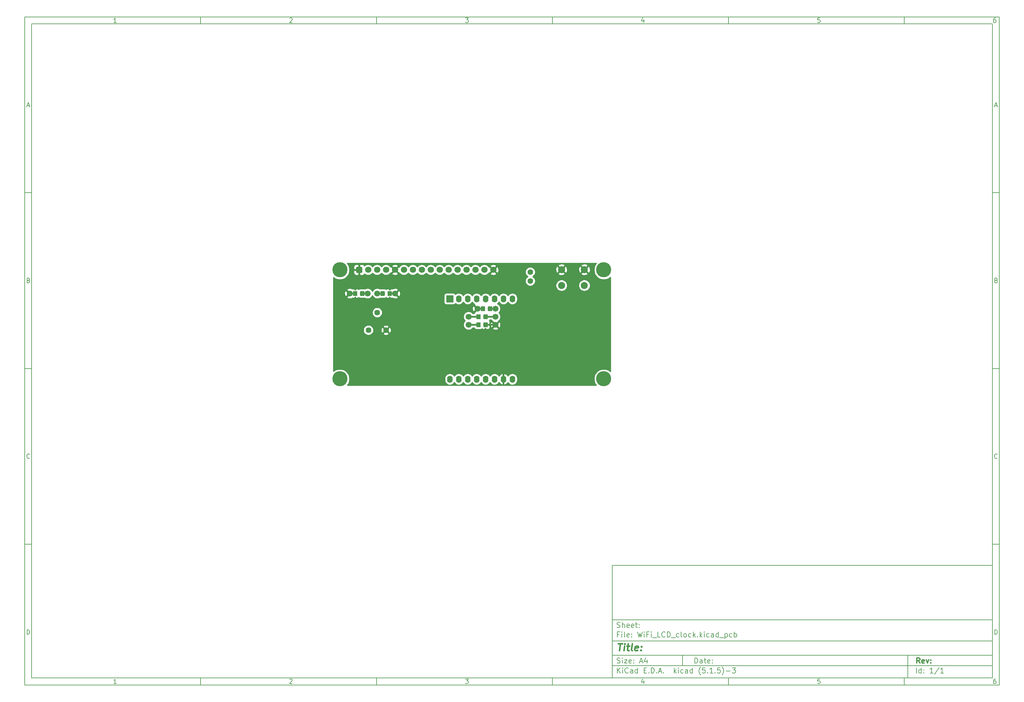
<source format=gbr>
G04 #@! TF.GenerationSoftware,KiCad,Pcbnew,(5.1.5)-3*
G04 #@! TF.CreationDate,2021-03-30T14:25:25+02:00*
G04 #@! TF.ProjectId,WiFi_LCD_clock,57694669-5f4c-4434-945f-636c6f636b2e,rev?*
G04 #@! TF.SameCoordinates,Original*
G04 #@! TF.FileFunction,Copper,L2,Bot*
G04 #@! TF.FilePolarity,Positive*
%FSLAX46Y46*%
G04 Gerber Fmt 4.6, Leading zero omitted, Abs format (unit mm)*
G04 Created by KiCad (PCBNEW (5.1.5)-3) date 2021-03-30 14:25:25*
%MOMM*%
%LPD*%
G04 APERTURE LIST*
%ADD10C,0.100000*%
%ADD11C,0.150000*%
%ADD12C,0.300000*%
%ADD13C,0.400000*%
G04 #@! TA.AperFunction,ComponentPad*
%ADD14O,1.600000X2.000000*%
G04 #@! TD*
G04 #@! TA.AperFunction,ComponentPad*
%ADD15R,2.000000X2.000000*%
G04 #@! TD*
G04 #@! TA.AperFunction,ComponentPad*
%ADD16C,1.700000*%
G04 #@! TD*
G04 #@! TA.AperFunction,SMDPad,CuDef*
%ADD17R,0.875000X0.950000*%
G04 #@! TD*
G04 #@! TA.AperFunction,SMDPad,CuDef*
%ADD18R,1.150000X1.400000*%
G04 #@! TD*
G04 #@! TA.AperFunction,ComponentPad*
%ADD19C,2.000000*%
G04 #@! TD*
G04 #@! TA.AperFunction,ComponentPad*
%ADD20C,1.620000*%
G04 #@! TD*
G04 #@! TA.AperFunction,ComponentPad*
%ADD21C,1.600000*%
G04 #@! TD*
G04 #@! TA.AperFunction,ComponentPad*
%ADD22C,1.800000*%
G04 #@! TD*
G04 #@! TA.AperFunction,ComponentPad*
%ADD23C,4.300000*%
G04 #@! TD*
G04 #@! TA.AperFunction,ComponentPad*
%ADD24C,0.100000*%
G04 #@! TD*
G04 #@! TA.AperFunction,ViaPad*
%ADD25C,0.800000*%
G04 #@! TD*
G04 #@! TA.AperFunction,Conductor*
%ADD26C,0.508000*%
G04 #@! TD*
G04 #@! TA.AperFunction,Conductor*
%ADD27C,0.254000*%
G04 #@! TD*
G04 APERTURE END LIST*
D10*
D11*
X177002200Y-166007200D02*
X177002200Y-198007200D01*
X285002200Y-198007200D01*
X285002200Y-166007200D01*
X177002200Y-166007200D01*
D10*
D11*
X10000000Y-10000000D02*
X10000000Y-200007200D01*
X287002200Y-200007200D01*
X287002200Y-10000000D01*
X10000000Y-10000000D01*
D10*
D11*
X12000000Y-12000000D02*
X12000000Y-198007200D01*
X285002200Y-198007200D01*
X285002200Y-12000000D01*
X12000000Y-12000000D01*
D10*
D11*
X60000000Y-12000000D02*
X60000000Y-10000000D01*
D10*
D11*
X110000000Y-12000000D02*
X110000000Y-10000000D01*
D10*
D11*
X160000000Y-12000000D02*
X160000000Y-10000000D01*
D10*
D11*
X210000000Y-12000000D02*
X210000000Y-10000000D01*
D10*
D11*
X260000000Y-12000000D02*
X260000000Y-10000000D01*
D10*
D11*
X36065476Y-11588095D02*
X35322619Y-11588095D01*
X35694047Y-11588095D02*
X35694047Y-10288095D01*
X35570238Y-10473809D01*
X35446428Y-10597619D01*
X35322619Y-10659523D01*
D10*
D11*
X85322619Y-10411904D02*
X85384523Y-10350000D01*
X85508333Y-10288095D01*
X85817857Y-10288095D01*
X85941666Y-10350000D01*
X86003571Y-10411904D01*
X86065476Y-10535714D01*
X86065476Y-10659523D01*
X86003571Y-10845238D01*
X85260714Y-11588095D01*
X86065476Y-11588095D01*
D10*
D11*
X135260714Y-10288095D02*
X136065476Y-10288095D01*
X135632142Y-10783333D01*
X135817857Y-10783333D01*
X135941666Y-10845238D01*
X136003571Y-10907142D01*
X136065476Y-11030952D01*
X136065476Y-11340476D01*
X136003571Y-11464285D01*
X135941666Y-11526190D01*
X135817857Y-11588095D01*
X135446428Y-11588095D01*
X135322619Y-11526190D01*
X135260714Y-11464285D01*
D10*
D11*
X185941666Y-10721428D02*
X185941666Y-11588095D01*
X185632142Y-10226190D02*
X185322619Y-11154761D01*
X186127380Y-11154761D01*
D10*
D11*
X236003571Y-10288095D02*
X235384523Y-10288095D01*
X235322619Y-10907142D01*
X235384523Y-10845238D01*
X235508333Y-10783333D01*
X235817857Y-10783333D01*
X235941666Y-10845238D01*
X236003571Y-10907142D01*
X236065476Y-11030952D01*
X236065476Y-11340476D01*
X236003571Y-11464285D01*
X235941666Y-11526190D01*
X235817857Y-11588095D01*
X235508333Y-11588095D01*
X235384523Y-11526190D01*
X235322619Y-11464285D01*
D10*
D11*
X285941666Y-10288095D02*
X285694047Y-10288095D01*
X285570238Y-10350000D01*
X285508333Y-10411904D01*
X285384523Y-10597619D01*
X285322619Y-10845238D01*
X285322619Y-11340476D01*
X285384523Y-11464285D01*
X285446428Y-11526190D01*
X285570238Y-11588095D01*
X285817857Y-11588095D01*
X285941666Y-11526190D01*
X286003571Y-11464285D01*
X286065476Y-11340476D01*
X286065476Y-11030952D01*
X286003571Y-10907142D01*
X285941666Y-10845238D01*
X285817857Y-10783333D01*
X285570238Y-10783333D01*
X285446428Y-10845238D01*
X285384523Y-10907142D01*
X285322619Y-11030952D01*
D10*
D11*
X60000000Y-198007200D02*
X60000000Y-200007200D01*
D10*
D11*
X110000000Y-198007200D02*
X110000000Y-200007200D01*
D10*
D11*
X160000000Y-198007200D02*
X160000000Y-200007200D01*
D10*
D11*
X210000000Y-198007200D02*
X210000000Y-200007200D01*
D10*
D11*
X260000000Y-198007200D02*
X260000000Y-200007200D01*
D10*
D11*
X36065476Y-199595295D02*
X35322619Y-199595295D01*
X35694047Y-199595295D02*
X35694047Y-198295295D01*
X35570238Y-198481009D01*
X35446428Y-198604819D01*
X35322619Y-198666723D01*
D10*
D11*
X85322619Y-198419104D02*
X85384523Y-198357200D01*
X85508333Y-198295295D01*
X85817857Y-198295295D01*
X85941666Y-198357200D01*
X86003571Y-198419104D01*
X86065476Y-198542914D01*
X86065476Y-198666723D01*
X86003571Y-198852438D01*
X85260714Y-199595295D01*
X86065476Y-199595295D01*
D10*
D11*
X135260714Y-198295295D02*
X136065476Y-198295295D01*
X135632142Y-198790533D01*
X135817857Y-198790533D01*
X135941666Y-198852438D01*
X136003571Y-198914342D01*
X136065476Y-199038152D01*
X136065476Y-199347676D01*
X136003571Y-199471485D01*
X135941666Y-199533390D01*
X135817857Y-199595295D01*
X135446428Y-199595295D01*
X135322619Y-199533390D01*
X135260714Y-199471485D01*
D10*
D11*
X185941666Y-198728628D02*
X185941666Y-199595295D01*
X185632142Y-198233390D02*
X185322619Y-199161961D01*
X186127380Y-199161961D01*
D10*
D11*
X236003571Y-198295295D02*
X235384523Y-198295295D01*
X235322619Y-198914342D01*
X235384523Y-198852438D01*
X235508333Y-198790533D01*
X235817857Y-198790533D01*
X235941666Y-198852438D01*
X236003571Y-198914342D01*
X236065476Y-199038152D01*
X236065476Y-199347676D01*
X236003571Y-199471485D01*
X235941666Y-199533390D01*
X235817857Y-199595295D01*
X235508333Y-199595295D01*
X235384523Y-199533390D01*
X235322619Y-199471485D01*
D10*
D11*
X285941666Y-198295295D02*
X285694047Y-198295295D01*
X285570238Y-198357200D01*
X285508333Y-198419104D01*
X285384523Y-198604819D01*
X285322619Y-198852438D01*
X285322619Y-199347676D01*
X285384523Y-199471485D01*
X285446428Y-199533390D01*
X285570238Y-199595295D01*
X285817857Y-199595295D01*
X285941666Y-199533390D01*
X286003571Y-199471485D01*
X286065476Y-199347676D01*
X286065476Y-199038152D01*
X286003571Y-198914342D01*
X285941666Y-198852438D01*
X285817857Y-198790533D01*
X285570238Y-198790533D01*
X285446428Y-198852438D01*
X285384523Y-198914342D01*
X285322619Y-199038152D01*
D10*
D11*
X10000000Y-60000000D02*
X12000000Y-60000000D01*
D10*
D11*
X10000000Y-110000000D02*
X12000000Y-110000000D01*
D10*
D11*
X10000000Y-160000000D02*
X12000000Y-160000000D01*
D10*
D11*
X10690476Y-35216666D02*
X11309523Y-35216666D01*
X10566666Y-35588095D02*
X11000000Y-34288095D01*
X11433333Y-35588095D01*
D10*
D11*
X11092857Y-84907142D02*
X11278571Y-84969047D01*
X11340476Y-85030952D01*
X11402380Y-85154761D01*
X11402380Y-85340476D01*
X11340476Y-85464285D01*
X11278571Y-85526190D01*
X11154761Y-85588095D01*
X10659523Y-85588095D01*
X10659523Y-84288095D01*
X11092857Y-84288095D01*
X11216666Y-84350000D01*
X11278571Y-84411904D01*
X11340476Y-84535714D01*
X11340476Y-84659523D01*
X11278571Y-84783333D01*
X11216666Y-84845238D01*
X11092857Y-84907142D01*
X10659523Y-84907142D01*
D10*
D11*
X11402380Y-135464285D02*
X11340476Y-135526190D01*
X11154761Y-135588095D01*
X11030952Y-135588095D01*
X10845238Y-135526190D01*
X10721428Y-135402380D01*
X10659523Y-135278571D01*
X10597619Y-135030952D01*
X10597619Y-134845238D01*
X10659523Y-134597619D01*
X10721428Y-134473809D01*
X10845238Y-134350000D01*
X11030952Y-134288095D01*
X11154761Y-134288095D01*
X11340476Y-134350000D01*
X11402380Y-134411904D01*
D10*
D11*
X10659523Y-185588095D02*
X10659523Y-184288095D01*
X10969047Y-184288095D01*
X11154761Y-184350000D01*
X11278571Y-184473809D01*
X11340476Y-184597619D01*
X11402380Y-184845238D01*
X11402380Y-185030952D01*
X11340476Y-185278571D01*
X11278571Y-185402380D01*
X11154761Y-185526190D01*
X10969047Y-185588095D01*
X10659523Y-185588095D01*
D10*
D11*
X287002200Y-60000000D02*
X285002200Y-60000000D01*
D10*
D11*
X287002200Y-110000000D02*
X285002200Y-110000000D01*
D10*
D11*
X287002200Y-160000000D02*
X285002200Y-160000000D01*
D10*
D11*
X285692676Y-35216666D02*
X286311723Y-35216666D01*
X285568866Y-35588095D02*
X286002200Y-34288095D01*
X286435533Y-35588095D01*
D10*
D11*
X286095057Y-84907142D02*
X286280771Y-84969047D01*
X286342676Y-85030952D01*
X286404580Y-85154761D01*
X286404580Y-85340476D01*
X286342676Y-85464285D01*
X286280771Y-85526190D01*
X286156961Y-85588095D01*
X285661723Y-85588095D01*
X285661723Y-84288095D01*
X286095057Y-84288095D01*
X286218866Y-84350000D01*
X286280771Y-84411904D01*
X286342676Y-84535714D01*
X286342676Y-84659523D01*
X286280771Y-84783333D01*
X286218866Y-84845238D01*
X286095057Y-84907142D01*
X285661723Y-84907142D01*
D10*
D11*
X286404580Y-135464285D02*
X286342676Y-135526190D01*
X286156961Y-135588095D01*
X286033152Y-135588095D01*
X285847438Y-135526190D01*
X285723628Y-135402380D01*
X285661723Y-135278571D01*
X285599819Y-135030952D01*
X285599819Y-134845238D01*
X285661723Y-134597619D01*
X285723628Y-134473809D01*
X285847438Y-134350000D01*
X286033152Y-134288095D01*
X286156961Y-134288095D01*
X286342676Y-134350000D01*
X286404580Y-134411904D01*
D10*
D11*
X285661723Y-185588095D02*
X285661723Y-184288095D01*
X285971247Y-184288095D01*
X286156961Y-184350000D01*
X286280771Y-184473809D01*
X286342676Y-184597619D01*
X286404580Y-184845238D01*
X286404580Y-185030952D01*
X286342676Y-185278571D01*
X286280771Y-185402380D01*
X286156961Y-185526190D01*
X285971247Y-185588095D01*
X285661723Y-185588095D01*
D10*
D11*
X200434342Y-193785771D02*
X200434342Y-192285771D01*
X200791485Y-192285771D01*
X201005771Y-192357200D01*
X201148628Y-192500057D01*
X201220057Y-192642914D01*
X201291485Y-192928628D01*
X201291485Y-193142914D01*
X201220057Y-193428628D01*
X201148628Y-193571485D01*
X201005771Y-193714342D01*
X200791485Y-193785771D01*
X200434342Y-193785771D01*
X202577200Y-193785771D02*
X202577200Y-193000057D01*
X202505771Y-192857200D01*
X202362914Y-192785771D01*
X202077200Y-192785771D01*
X201934342Y-192857200D01*
X202577200Y-193714342D02*
X202434342Y-193785771D01*
X202077200Y-193785771D01*
X201934342Y-193714342D01*
X201862914Y-193571485D01*
X201862914Y-193428628D01*
X201934342Y-193285771D01*
X202077200Y-193214342D01*
X202434342Y-193214342D01*
X202577200Y-193142914D01*
X203077200Y-192785771D02*
X203648628Y-192785771D01*
X203291485Y-192285771D02*
X203291485Y-193571485D01*
X203362914Y-193714342D01*
X203505771Y-193785771D01*
X203648628Y-193785771D01*
X204720057Y-193714342D02*
X204577200Y-193785771D01*
X204291485Y-193785771D01*
X204148628Y-193714342D01*
X204077200Y-193571485D01*
X204077200Y-193000057D01*
X204148628Y-192857200D01*
X204291485Y-192785771D01*
X204577200Y-192785771D01*
X204720057Y-192857200D01*
X204791485Y-193000057D01*
X204791485Y-193142914D01*
X204077200Y-193285771D01*
X205434342Y-193642914D02*
X205505771Y-193714342D01*
X205434342Y-193785771D01*
X205362914Y-193714342D01*
X205434342Y-193642914D01*
X205434342Y-193785771D01*
X205434342Y-192857200D02*
X205505771Y-192928628D01*
X205434342Y-193000057D01*
X205362914Y-192928628D01*
X205434342Y-192857200D01*
X205434342Y-193000057D01*
D10*
D11*
X177002200Y-194507200D02*
X285002200Y-194507200D01*
D10*
D11*
X178434342Y-196585771D02*
X178434342Y-195085771D01*
X179291485Y-196585771D02*
X178648628Y-195728628D01*
X179291485Y-195085771D02*
X178434342Y-195942914D01*
X179934342Y-196585771D02*
X179934342Y-195585771D01*
X179934342Y-195085771D02*
X179862914Y-195157200D01*
X179934342Y-195228628D01*
X180005771Y-195157200D01*
X179934342Y-195085771D01*
X179934342Y-195228628D01*
X181505771Y-196442914D02*
X181434342Y-196514342D01*
X181220057Y-196585771D01*
X181077200Y-196585771D01*
X180862914Y-196514342D01*
X180720057Y-196371485D01*
X180648628Y-196228628D01*
X180577200Y-195942914D01*
X180577200Y-195728628D01*
X180648628Y-195442914D01*
X180720057Y-195300057D01*
X180862914Y-195157200D01*
X181077200Y-195085771D01*
X181220057Y-195085771D01*
X181434342Y-195157200D01*
X181505771Y-195228628D01*
X182791485Y-196585771D02*
X182791485Y-195800057D01*
X182720057Y-195657200D01*
X182577200Y-195585771D01*
X182291485Y-195585771D01*
X182148628Y-195657200D01*
X182791485Y-196514342D02*
X182648628Y-196585771D01*
X182291485Y-196585771D01*
X182148628Y-196514342D01*
X182077200Y-196371485D01*
X182077200Y-196228628D01*
X182148628Y-196085771D01*
X182291485Y-196014342D01*
X182648628Y-196014342D01*
X182791485Y-195942914D01*
X184148628Y-196585771D02*
X184148628Y-195085771D01*
X184148628Y-196514342D02*
X184005771Y-196585771D01*
X183720057Y-196585771D01*
X183577200Y-196514342D01*
X183505771Y-196442914D01*
X183434342Y-196300057D01*
X183434342Y-195871485D01*
X183505771Y-195728628D01*
X183577200Y-195657200D01*
X183720057Y-195585771D01*
X184005771Y-195585771D01*
X184148628Y-195657200D01*
X186005771Y-195800057D02*
X186505771Y-195800057D01*
X186720057Y-196585771D02*
X186005771Y-196585771D01*
X186005771Y-195085771D01*
X186720057Y-195085771D01*
X187362914Y-196442914D02*
X187434342Y-196514342D01*
X187362914Y-196585771D01*
X187291485Y-196514342D01*
X187362914Y-196442914D01*
X187362914Y-196585771D01*
X188077200Y-196585771D02*
X188077200Y-195085771D01*
X188434342Y-195085771D01*
X188648628Y-195157200D01*
X188791485Y-195300057D01*
X188862914Y-195442914D01*
X188934342Y-195728628D01*
X188934342Y-195942914D01*
X188862914Y-196228628D01*
X188791485Y-196371485D01*
X188648628Y-196514342D01*
X188434342Y-196585771D01*
X188077200Y-196585771D01*
X189577200Y-196442914D02*
X189648628Y-196514342D01*
X189577200Y-196585771D01*
X189505771Y-196514342D01*
X189577200Y-196442914D01*
X189577200Y-196585771D01*
X190220057Y-196157200D02*
X190934342Y-196157200D01*
X190077200Y-196585771D02*
X190577200Y-195085771D01*
X191077200Y-196585771D01*
X191577200Y-196442914D02*
X191648628Y-196514342D01*
X191577200Y-196585771D01*
X191505771Y-196514342D01*
X191577200Y-196442914D01*
X191577200Y-196585771D01*
X194577200Y-196585771D02*
X194577200Y-195085771D01*
X194720057Y-196014342D02*
X195148628Y-196585771D01*
X195148628Y-195585771D02*
X194577200Y-196157200D01*
X195791485Y-196585771D02*
X195791485Y-195585771D01*
X195791485Y-195085771D02*
X195720057Y-195157200D01*
X195791485Y-195228628D01*
X195862914Y-195157200D01*
X195791485Y-195085771D01*
X195791485Y-195228628D01*
X197148628Y-196514342D02*
X197005771Y-196585771D01*
X196720057Y-196585771D01*
X196577200Y-196514342D01*
X196505771Y-196442914D01*
X196434342Y-196300057D01*
X196434342Y-195871485D01*
X196505771Y-195728628D01*
X196577200Y-195657200D01*
X196720057Y-195585771D01*
X197005771Y-195585771D01*
X197148628Y-195657200D01*
X198434342Y-196585771D02*
X198434342Y-195800057D01*
X198362914Y-195657200D01*
X198220057Y-195585771D01*
X197934342Y-195585771D01*
X197791485Y-195657200D01*
X198434342Y-196514342D02*
X198291485Y-196585771D01*
X197934342Y-196585771D01*
X197791485Y-196514342D01*
X197720057Y-196371485D01*
X197720057Y-196228628D01*
X197791485Y-196085771D01*
X197934342Y-196014342D01*
X198291485Y-196014342D01*
X198434342Y-195942914D01*
X199791485Y-196585771D02*
X199791485Y-195085771D01*
X199791485Y-196514342D02*
X199648628Y-196585771D01*
X199362914Y-196585771D01*
X199220057Y-196514342D01*
X199148628Y-196442914D01*
X199077200Y-196300057D01*
X199077200Y-195871485D01*
X199148628Y-195728628D01*
X199220057Y-195657200D01*
X199362914Y-195585771D01*
X199648628Y-195585771D01*
X199791485Y-195657200D01*
X202077200Y-197157200D02*
X202005771Y-197085771D01*
X201862914Y-196871485D01*
X201791485Y-196728628D01*
X201720057Y-196514342D01*
X201648628Y-196157200D01*
X201648628Y-195871485D01*
X201720057Y-195514342D01*
X201791485Y-195300057D01*
X201862914Y-195157200D01*
X202005771Y-194942914D01*
X202077200Y-194871485D01*
X203362914Y-195085771D02*
X202648628Y-195085771D01*
X202577200Y-195800057D01*
X202648628Y-195728628D01*
X202791485Y-195657200D01*
X203148628Y-195657200D01*
X203291485Y-195728628D01*
X203362914Y-195800057D01*
X203434342Y-195942914D01*
X203434342Y-196300057D01*
X203362914Y-196442914D01*
X203291485Y-196514342D01*
X203148628Y-196585771D01*
X202791485Y-196585771D01*
X202648628Y-196514342D01*
X202577200Y-196442914D01*
X204077200Y-196442914D02*
X204148628Y-196514342D01*
X204077200Y-196585771D01*
X204005771Y-196514342D01*
X204077200Y-196442914D01*
X204077200Y-196585771D01*
X205577200Y-196585771D02*
X204720057Y-196585771D01*
X205148628Y-196585771D02*
X205148628Y-195085771D01*
X205005771Y-195300057D01*
X204862914Y-195442914D01*
X204720057Y-195514342D01*
X206220057Y-196442914D02*
X206291485Y-196514342D01*
X206220057Y-196585771D01*
X206148628Y-196514342D01*
X206220057Y-196442914D01*
X206220057Y-196585771D01*
X207648628Y-195085771D02*
X206934342Y-195085771D01*
X206862914Y-195800057D01*
X206934342Y-195728628D01*
X207077200Y-195657200D01*
X207434342Y-195657200D01*
X207577200Y-195728628D01*
X207648628Y-195800057D01*
X207720057Y-195942914D01*
X207720057Y-196300057D01*
X207648628Y-196442914D01*
X207577200Y-196514342D01*
X207434342Y-196585771D01*
X207077200Y-196585771D01*
X206934342Y-196514342D01*
X206862914Y-196442914D01*
X208220057Y-197157200D02*
X208291485Y-197085771D01*
X208434342Y-196871485D01*
X208505771Y-196728628D01*
X208577200Y-196514342D01*
X208648628Y-196157200D01*
X208648628Y-195871485D01*
X208577200Y-195514342D01*
X208505771Y-195300057D01*
X208434342Y-195157200D01*
X208291485Y-194942914D01*
X208220057Y-194871485D01*
X209362914Y-196014342D02*
X210505771Y-196014342D01*
X211077200Y-195085771D02*
X212005771Y-195085771D01*
X211505771Y-195657200D01*
X211720057Y-195657200D01*
X211862914Y-195728628D01*
X211934342Y-195800057D01*
X212005771Y-195942914D01*
X212005771Y-196300057D01*
X211934342Y-196442914D01*
X211862914Y-196514342D01*
X211720057Y-196585771D01*
X211291485Y-196585771D01*
X211148628Y-196514342D01*
X211077200Y-196442914D01*
D10*
D11*
X177002200Y-191507200D02*
X285002200Y-191507200D01*
D10*
D12*
X264411485Y-193785771D02*
X263911485Y-193071485D01*
X263554342Y-193785771D02*
X263554342Y-192285771D01*
X264125771Y-192285771D01*
X264268628Y-192357200D01*
X264340057Y-192428628D01*
X264411485Y-192571485D01*
X264411485Y-192785771D01*
X264340057Y-192928628D01*
X264268628Y-193000057D01*
X264125771Y-193071485D01*
X263554342Y-193071485D01*
X265625771Y-193714342D02*
X265482914Y-193785771D01*
X265197200Y-193785771D01*
X265054342Y-193714342D01*
X264982914Y-193571485D01*
X264982914Y-193000057D01*
X265054342Y-192857200D01*
X265197200Y-192785771D01*
X265482914Y-192785771D01*
X265625771Y-192857200D01*
X265697200Y-193000057D01*
X265697200Y-193142914D01*
X264982914Y-193285771D01*
X266197200Y-192785771D02*
X266554342Y-193785771D01*
X266911485Y-192785771D01*
X267482914Y-193642914D02*
X267554342Y-193714342D01*
X267482914Y-193785771D01*
X267411485Y-193714342D01*
X267482914Y-193642914D01*
X267482914Y-193785771D01*
X267482914Y-192857200D02*
X267554342Y-192928628D01*
X267482914Y-193000057D01*
X267411485Y-192928628D01*
X267482914Y-192857200D01*
X267482914Y-193000057D01*
D10*
D11*
X178362914Y-193714342D02*
X178577200Y-193785771D01*
X178934342Y-193785771D01*
X179077200Y-193714342D01*
X179148628Y-193642914D01*
X179220057Y-193500057D01*
X179220057Y-193357200D01*
X179148628Y-193214342D01*
X179077200Y-193142914D01*
X178934342Y-193071485D01*
X178648628Y-193000057D01*
X178505771Y-192928628D01*
X178434342Y-192857200D01*
X178362914Y-192714342D01*
X178362914Y-192571485D01*
X178434342Y-192428628D01*
X178505771Y-192357200D01*
X178648628Y-192285771D01*
X179005771Y-192285771D01*
X179220057Y-192357200D01*
X179862914Y-193785771D02*
X179862914Y-192785771D01*
X179862914Y-192285771D02*
X179791485Y-192357200D01*
X179862914Y-192428628D01*
X179934342Y-192357200D01*
X179862914Y-192285771D01*
X179862914Y-192428628D01*
X180434342Y-192785771D02*
X181220057Y-192785771D01*
X180434342Y-193785771D01*
X181220057Y-193785771D01*
X182362914Y-193714342D02*
X182220057Y-193785771D01*
X181934342Y-193785771D01*
X181791485Y-193714342D01*
X181720057Y-193571485D01*
X181720057Y-193000057D01*
X181791485Y-192857200D01*
X181934342Y-192785771D01*
X182220057Y-192785771D01*
X182362914Y-192857200D01*
X182434342Y-193000057D01*
X182434342Y-193142914D01*
X181720057Y-193285771D01*
X183077200Y-193642914D02*
X183148628Y-193714342D01*
X183077200Y-193785771D01*
X183005771Y-193714342D01*
X183077200Y-193642914D01*
X183077200Y-193785771D01*
X183077200Y-192857200D02*
X183148628Y-192928628D01*
X183077200Y-193000057D01*
X183005771Y-192928628D01*
X183077200Y-192857200D01*
X183077200Y-193000057D01*
X184862914Y-193357200D02*
X185577200Y-193357200D01*
X184720057Y-193785771D02*
X185220057Y-192285771D01*
X185720057Y-193785771D01*
X186862914Y-192785771D02*
X186862914Y-193785771D01*
X186505771Y-192214342D02*
X186148628Y-193285771D01*
X187077200Y-193285771D01*
D10*
D11*
X263434342Y-196585771D02*
X263434342Y-195085771D01*
X264791485Y-196585771D02*
X264791485Y-195085771D01*
X264791485Y-196514342D02*
X264648628Y-196585771D01*
X264362914Y-196585771D01*
X264220057Y-196514342D01*
X264148628Y-196442914D01*
X264077200Y-196300057D01*
X264077200Y-195871485D01*
X264148628Y-195728628D01*
X264220057Y-195657200D01*
X264362914Y-195585771D01*
X264648628Y-195585771D01*
X264791485Y-195657200D01*
X265505771Y-196442914D02*
X265577200Y-196514342D01*
X265505771Y-196585771D01*
X265434342Y-196514342D01*
X265505771Y-196442914D01*
X265505771Y-196585771D01*
X265505771Y-195657200D02*
X265577200Y-195728628D01*
X265505771Y-195800057D01*
X265434342Y-195728628D01*
X265505771Y-195657200D01*
X265505771Y-195800057D01*
X268148628Y-196585771D02*
X267291485Y-196585771D01*
X267720057Y-196585771D02*
X267720057Y-195085771D01*
X267577200Y-195300057D01*
X267434342Y-195442914D01*
X267291485Y-195514342D01*
X269862914Y-195014342D02*
X268577200Y-196942914D01*
X271148628Y-196585771D02*
X270291485Y-196585771D01*
X270720057Y-196585771D02*
X270720057Y-195085771D01*
X270577200Y-195300057D01*
X270434342Y-195442914D01*
X270291485Y-195514342D01*
D10*
D11*
X177002200Y-187507200D02*
X285002200Y-187507200D01*
D10*
D13*
X178714580Y-188211961D02*
X179857438Y-188211961D01*
X179036009Y-190211961D02*
X179286009Y-188211961D01*
X180274104Y-190211961D02*
X180440771Y-188878628D01*
X180524104Y-188211961D02*
X180416961Y-188307200D01*
X180500295Y-188402438D01*
X180607438Y-188307200D01*
X180524104Y-188211961D01*
X180500295Y-188402438D01*
X181107438Y-188878628D02*
X181869342Y-188878628D01*
X181476485Y-188211961D02*
X181262200Y-189926247D01*
X181333628Y-190116723D01*
X181512200Y-190211961D01*
X181702676Y-190211961D01*
X182655057Y-190211961D02*
X182476485Y-190116723D01*
X182405057Y-189926247D01*
X182619342Y-188211961D01*
X184190771Y-190116723D02*
X183988390Y-190211961D01*
X183607438Y-190211961D01*
X183428866Y-190116723D01*
X183357438Y-189926247D01*
X183452676Y-189164342D01*
X183571723Y-188973866D01*
X183774104Y-188878628D01*
X184155057Y-188878628D01*
X184333628Y-188973866D01*
X184405057Y-189164342D01*
X184381247Y-189354819D01*
X183405057Y-189545295D01*
X185155057Y-190021485D02*
X185238390Y-190116723D01*
X185131247Y-190211961D01*
X185047914Y-190116723D01*
X185155057Y-190021485D01*
X185131247Y-190211961D01*
X185286009Y-188973866D02*
X185369342Y-189069104D01*
X185262200Y-189164342D01*
X185178866Y-189069104D01*
X185286009Y-188973866D01*
X185262200Y-189164342D01*
D10*
D11*
X178934342Y-185600057D02*
X178434342Y-185600057D01*
X178434342Y-186385771D02*
X178434342Y-184885771D01*
X179148628Y-184885771D01*
X179720057Y-186385771D02*
X179720057Y-185385771D01*
X179720057Y-184885771D02*
X179648628Y-184957200D01*
X179720057Y-185028628D01*
X179791485Y-184957200D01*
X179720057Y-184885771D01*
X179720057Y-185028628D01*
X180648628Y-186385771D02*
X180505771Y-186314342D01*
X180434342Y-186171485D01*
X180434342Y-184885771D01*
X181791485Y-186314342D02*
X181648628Y-186385771D01*
X181362914Y-186385771D01*
X181220057Y-186314342D01*
X181148628Y-186171485D01*
X181148628Y-185600057D01*
X181220057Y-185457200D01*
X181362914Y-185385771D01*
X181648628Y-185385771D01*
X181791485Y-185457200D01*
X181862914Y-185600057D01*
X181862914Y-185742914D01*
X181148628Y-185885771D01*
X182505771Y-186242914D02*
X182577200Y-186314342D01*
X182505771Y-186385771D01*
X182434342Y-186314342D01*
X182505771Y-186242914D01*
X182505771Y-186385771D01*
X182505771Y-185457200D02*
X182577200Y-185528628D01*
X182505771Y-185600057D01*
X182434342Y-185528628D01*
X182505771Y-185457200D01*
X182505771Y-185600057D01*
X184220057Y-184885771D02*
X184577200Y-186385771D01*
X184862914Y-185314342D01*
X185148628Y-186385771D01*
X185505771Y-184885771D01*
X186077200Y-186385771D02*
X186077200Y-185385771D01*
X186077200Y-184885771D02*
X186005771Y-184957200D01*
X186077200Y-185028628D01*
X186148628Y-184957200D01*
X186077200Y-184885771D01*
X186077200Y-185028628D01*
X187291485Y-185600057D02*
X186791485Y-185600057D01*
X186791485Y-186385771D02*
X186791485Y-184885771D01*
X187505771Y-184885771D01*
X188077200Y-186385771D02*
X188077200Y-185385771D01*
X188077200Y-184885771D02*
X188005771Y-184957200D01*
X188077200Y-185028628D01*
X188148628Y-184957200D01*
X188077200Y-184885771D01*
X188077200Y-185028628D01*
X188434342Y-186528628D02*
X189577200Y-186528628D01*
X190648628Y-186385771D02*
X189934342Y-186385771D01*
X189934342Y-184885771D01*
X192005771Y-186242914D02*
X191934342Y-186314342D01*
X191720057Y-186385771D01*
X191577200Y-186385771D01*
X191362914Y-186314342D01*
X191220057Y-186171485D01*
X191148628Y-186028628D01*
X191077200Y-185742914D01*
X191077200Y-185528628D01*
X191148628Y-185242914D01*
X191220057Y-185100057D01*
X191362914Y-184957200D01*
X191577200Y-184885771D01*
X191720057Y-184885771D01*
X191934342Y-184957200D01*
X192005771Y-185028628D01*
X192648628Y-186385771D02*
X192648628Y-184885771D01*
X193005771Y-184885771D01*
X193220057Y-184957200D01*
X193362914Y-185100057D01*
X193434342Y-185242914D01*
X193505771Y-185528628D01*
X193505771Y-185742914D01*
X193434342Y-186028628D01*
X193362914Y-186171485D01*
X193220057Y-186314342D01*
X193005771Y-186385771D01*
X192648628Y-186385771D01*
X193791485Y-186528628D02*
X194934342Y-186528628D01*
X195934342Y-186314342D02*
X195791485Y-186385771D01*
X195505771Y-186385771D01*
X195362914Y-186314342D01*
X195291485Y-186242914D01*
X195220057Y-186100057D01*
X195220057Y-185671485D01*
X195291485Y-185528628D01*
X195362914Y-185457200D01*
X195505771Y-185385771D01*
X195791485Y-185385771D01*
X195934342Y-185457200D01*
X196791485Y-186385771D02*
X196648628Y-186314342D01*
X196577200Y-186171485D01*
X196577200Y-184885771D01*
X197577200Y-186385771D02*
X197434342Y-186314342D01*
X197362914Y-186242914D01*
X197291485Y-186100057D01*
X197291485Y-185671485D01*
X197362914Y-185528628D01*
X197434342Y-185457200D01*
X197577200Y-185385771D01*
X197791485Y-185385771D01*
X197934342Y-185457200D01*
X198005771Y-185528628D01*
X198077200Y-185671485D01*
X198077200Y-186100057D01*
X198005771Y-186242914D01*
X197934342Y-186314342D01*
X197791485Y-186385771D01*
X197577200Y-186385771D01*
X199362914Y-186314342D02*
X199220057Y-186385771D01*
X198934342Y-186385771D01*
X198791485Y-186314342D01*
X198720057Y-186242914D01*
X198648628Y-186100057D01*
X198648628Y-185671485D01*
X198720057Y-185528628D01*
X198791485Y-185457200D01*
X198934342Y-185385771D01*
X199220057Y-185385771D01*
X199362914Y-185457200D01*
X200005771Y-186385771D02*
X200005771Y-184885771D01*
X200148628Y-185814342D02*
X200577200Y-186385771D01*
X200577200Y-185385771D02*
X200005771Y-185957200D01*
X201220057Y-186242914D02*
X201291485Y-186314342D01*
X201220057Y-186385771D01*
X201148628Y-186314342D01*
X201220057Y-186242914D01*
X201220057Y-186385771D01*
X201934342Y-186385771D02*
X201934342Y-184885771D01*
X202077200Y-185814342D02*
X202505771Y-186385771D01*
X202505771Y-185385771D02*
X201934342Y-185957200D01*
X203148628Y-186385771D02*
X203148628Y-185385771D01*
X203148628Y-184885771D02*
X203077200Y-184957200D01*
X203148628Y-185028628D01*
X203220057Y-184957200D01*
X203148628Y-184885771D01*
X203148628Y-185028628D01*
X204505771Y-186314342D02*
X204362914Y-186385771D01*
X204077200Y-186385771D01*
X203934342Y-186314342D01*
X203862914Y-186242914D01*
X203791485Y-186100057D01*
X203791485Y-185671485D01*
X203862914Y-185528628D01*
X203934342Y-185457200D01*
X204077200Y-185385771D01*
X204362914Y-185385771D01*
X204505771Y-185457200D01*
X205791485Y-186385771D02*
X205791485Y-185600057D01*
X205720057Y-185457200D01*
X205577200Y-185385771D01*
X205291485Y-185385771D01*
X205148628Y-185457200D01*
X205791485Y-186314342D02*
X205648628Y-186385771D01*
X205291485Y-186385771D01*
X205148628Y-186314342D01*
X205077200Y-186171485D01*
X205077200Y-186028628D01*
X205148628Y-185885771D01*
X205291485Y-185814342D01*
X205648628Y-185814342D01*
X205791485Y-185742914D01*
X207148628Y-186385771D02*
X207148628Y-184885771D01*
X207148628Y-186314342D02*
X207005771Y-186385771D01*
X206720057Y-186385771D01*
X206577200Y-186314342D01*
X206505771Y-186242914D01*
X206434342Y-186100057D01*
X206434342Y-185671485D01*
X206505771Y-185528628D01*
X206577200Y-185457200D01*
X206720057Y-185385771D01*
X207005771Y-185385771D01*
X207148628Y-185457200D01*
X207505771Y-186528628D02*
X208648628Y-186528628D01*
X209005771Y-185385771D02*
X209005771Y-186885771D01*
X209005771Y-185457200D02*
X209148628Y-185385771D01*
X209434342Y-185385771D01*
X209577200Y-185457200D01*
X209648628Y-185528628D01*
X209720057Y-185671485D01*
X209720057Y-186100057D01*
X209648628Y-186242914D01*
X209577200Y-186314342D01*
X209434342Y-186385771D01*
X209148628Y-186385771D01*
X209005771Y-186314342D01*
X211005771Y-186314342D02*
X210862914Y-186385771D01*
X210577200Y-186385771D01*
X210434342Y-186314342D01*
X210362914Y-186242914D01*
X210291485Y-186100057D01*
X210291485Y-185671485D01*
X210362914Y-185528628D01*
X210434342Y-185457200D01*
X210577200Y-185385771D01*
X210862914Y-185385771D01*
X211005771Y-185457200D01*
X211648628Y-186385771D02*
X211648628Y-184885771D01*
X211648628Y-185457200D02*
X211791485Y-185385771D01*
X212077200Y-185385771D01*
X212220057Y-185457200D01*
X212291485Y-185528628D01*
X212362914Y-185671485D01*
X212362914Y-186100057D01*
X212291485Y-186242914D01*
X212220057Y-186314342D01*
X212077200Y-186385771D01*
X211791485Y-186385771D01*
X211648628Y-186314342D01*
D10*
D11*
X177002200Y-181507200D02*
X285002200Y-181507200D01*
D10*
D11*
X178362914Y-183614342D02*
X178577200Y-183685771D01*
X178934342Y-183685771D01*
X179077200Y-183614342D01*
X179148628Y-183542914D01*
X179220057Y-183400057D01*
X179220057Y-183257200D01*
X179148628Y-183114342D01*
X179077200Y-183042914D01*
X178934342Y-182971485D01*
X178648628Y-182900057D01*
X178505771Y-182828628D01*
X178434342Y-182757200D01*
X178362914Y-182614342D01*
X178362914Y-182471485D01*
X178434342Y-182328628D01*
X178505771Y-182257200D01*
X178648628Y-182185771D01*
X179005771Y-182185771D01*
X179220057Y-182257200D01*
X179862914Y-183685771D02*
X179862914Y-182185771D01*
X180505771Y-183685771D02*
X180505771Y-182900057D01*
X180434342Y-182757200D01*
X180291485Y-182685771D01*
X180077200Y-182685771D01*
X179934342Y-182757200D01*
X179862914Y-182828628D01*
X181791485Y-183614342D02*
X181648628Y-183685771D01*
X181362914Y-183685771D01*
X181220057Y-183614342D01*
X181148628Y-183471485D01*
X181148628Y-182900057D01*
X181220057Y-182757200D01*
X181362914Y-182685771D01*
X181648628Y-182685771D01*
X181791485Y-182757200D01*
X181862914Y-182900057D01*
X181862914Y-183042914D01*
X181148628Y-183185771D01*
X183077200Y-183614342D02*
X182934342Y-183685771D01*
X182648628Y-183685771D01*
X182505771Y-183614342D01*
X182434342Y-183471485D01*
X182434342Y-182900057D01*
X182505771Y-182757200D01*
X182648628Y-182685771D01*
X182934342Y-182685771D01*
X183077200Y-182757200D01*
X183148628Y-182900057D01*
X183148628Y-183042914D01*
X182434342Y-183185771D01*
X183577200Y-182685771D02*
X184148628Y-182685771D01*
X183791485Y-182185771D02*
X183791485Y-183471485D01*
X183862914Y-183614342D01*
X184005771Y-183685771D01*
X184148628Y-183685771D01*
X184648628Y-183542914D02*
X184720057Y-183614342D01*
X184648628Y-183685771D01*
X184577200Y-183614342D01*
X184648628Y-183542914D01*
X184648628Y-183685771D01*
X184648628Y-182757200D02*
X184720057Y-182828628D01*
X184648628Y-182900057D01*
X184577200Y-182828628D01*
X184648628Y-182757200D01*
X184648628Y-182900057D01*
D10*
D11*
X197002200Y-191507200D02*
X197002200Y-194507200D01*
D10*
D11*
X261002200Y-191507200D02*
X261002200Y-198007200D01*
D14*
G04 #@! TO.P,U1,16*
G04 #@! TO.N,N/C*
X130810000Y-113030000D03*
G04 #@! TO.P,U1,15*
X133350000Y-113030000D03*
G04 #@! TO.P,U1,14*
G04 #@! TO.N,LCD_RS*
X135890000Y-113030000D03*
G04 #@! TO.P,U1,13*
G04 #@! TO.N,LCD_E*
X138430000Y-113030000D03*
G04 #@! TO.P,U1,12*
G04 #@! TO.N,Net-(SW1-Pad1)*
X140970000Y-113030000D03*
G04 #@! TO.P,U1,11*
G04 #@! TO.N,N/C*
X143510000Y-113030000D03*
G04 #@! TO.P,U1,10*
G04 #@! TO.N,GND*
X146050000Y-113030000D03*
G04 #@! TO.P,U1,9*
G04 #@! TO.N,N/C*
X148590000Y-113030000D03*
G04 #@! TO.P,U1,8*
G04 #@! TO.N,+3V3*
X148590000Y-90170000D03*
G04 #@! TO.P,U1,7*
G04 #@! TO.N,/LCD_D7*
X146050000Y-90170000D03*
G04 #@! TO.P,U1,6*
G04 #@! TO.N,/LCD_D6*
X143510000Y-90170000D03*
G04 #@! TO.P,U1,5*
G04 #@! TO.N,/LCD_D5*
X140970000Y-90170000D03*
G04 #@! TO.P,U1,4*
G04 #@! TO.N,/LCD_D4*
X138430000Y-90170000D03*
G04 #@! TO.P,U1,3*
G04 #@! TO.N,Net-(R3-Pad2)*
X135890000Y-90170000D03*
D15*
G04 #@! TO.P,U1,1*
G04 #@! TO.N,N/C*
X130810000Y-90170000D03*
D14*
G04 #@! TO.P,U1,2*
G04 #@! TO.N,AMBIENT*
X133350000Y-90170000D03*
G04 #@! TD*
D16*
G04 #@! TO.P,C2,2*
G04 #@! TO.N,GND*
X115290500Y-88646000D03*
D17*
G04 #@! TO.P,C2,1*
G04 #@! TO.N,/CONTRAST*
X111963000Y-88646000D03*
D18*
G04 #@! TO.P,C2,2*
G04 #@! TO.N,GND*
X113775500Y-88646000D03*
D16*
G04 #@! TO.P,C2,1*
G04 #@! TO.N,/CONTRAST*
X110210500Y-88646000D03*
D17*
G04 #@! TO.P,C2,2*
G04 #@! TO.N,GND*
X113538000Y-88646000D03*
D18*
G04 #@! TO.P,C2,1*
G04 #@! TO.N,/CONTRAST*
X111725500Y-88646000D03*
G04 #@! TD*
D16*
G04 #@! TO.P,C1,2*
G04 #@! TO.N,+3V3*
X107442000Y-88646000D03*
D17*
G04 #@! TO.P,C1,1*
G04 #@! TO.N,GND*
X104114500Y-88646000D03*
D18*
G04 #@! TO.P,C1,2*
G04 #@! TO.N,+3V3*
X105927000Y-88646000D03*
D16*
G04 #@! TO.P,C1,1*
G04 #@! TO.N,GND*
X102362000Y-88646000D03*
D17*
G04 #@! TO.P,C1,2*
G04 #@! TO.N,+3V3*
X105689500Y-88646000D03*
D18*
G04 #@! TO.P,C1,1*
G04 #@! TO.N,GND*
X103877000Y-88646000D03*
G04 #@! TD*
D16*
G04 #@! TO.P,C3,2*
G04 #@! TO.N,GND*
X138684000Y-92964000D03*
D17*
G04 #@! TO.P,C3,1*
G04 #@! TO.N,BK_LIGHT*
X142011500Y-92964000D03*
D18*
G04 #@! TO.P,C3,2*
G04 #@! TO.N,GND*
X140199000Y-92964000D03*
D16*
G04 #@! TO.P,C3,1*
G04 #@! TO.N,BK_LIGHT*
X143764000Y-92964000D03*
D17*
G04 #@! TO.P,C3,2*
G04 #@! TO.N,GND*
X140436500Y-92964000D03*
D18*
G04 #@! TO.P,C3,1*
G04 #@! TO.N,BK_LIGHT*
X142249000Y-92964000D03*
G04 #@! TD*
D19*
G04 #@! TO.P,SW1,1*
G04 #@! TO.N,Net-(SW1-Pad1)*
X169060000Y-86360000D03*
G04 #@! TO.P,SW1,2*
G04 #@! TO.N,GND*
X169060000Y-81860000D03*
G04 #@! TO.P,SW1,1*
G04 #@! TO.N,Net-(SW1-Pad1)*
X162560000Y-86360000D03*
G04 #@! TO.P,SW1,2*
G04 #@! TO.N,GND*
X162560000Y-81860000D03*
G04 #@! TD*
D20*
G04 #@! TO.P,RV1,1*
G04 #@! TO.N,+3V3*
X107696000Y-99060000D03*
G04 #@! TO.P,RV1,2*
G04 #@! TO.N,/CONTRAST*
X110196000Y-94060000D03*
G04 #@! TO.P,RV1,3*
G04 #@! TO.N,GND*
X112696000Y-99060000D03*
G04 #@! TD*
D17*
G04 #@! TO.P,R3,1*
G04 #@! TO.N,BK_LIGHT*
X140741500Y-95250000D03*
G04 #@! TO.P,R3,2*
G04 #@! TO.N,Net-(R3-Pad2)*
X139166500Y-95250000D03*
D18*
X138929000Y-95250000D03*
G04 #@! TO.P,R3,1*
G04 #@! TO.N,BK_LIGHT*
X140979000Y-95250000D03*
D16*
G04 #@! TO.P,R3,2*
G04 #@! TO.N,Net-(R3-Pad2)*
X136144000Y-95250000D03*
G04 #@! TO.P,R3,1*
G04 #@! TO.N,BK_LIGHT*
X143764000Y-95250000D03*
G04 #@! TD*
D21*
G04 #@! TO.P,R2,2*
G04 #@! TO.N,AMBIENT*
X153670000Y-85090000D03*
G04 #@! TO.P,R2,1*
G04 #@! TO.N,+3V3*
X153670000Y-82550000D03*
G04 #@! TD*
D17*
G04 #@! TO.P,R1,1*
G04 #@! TO.N,AMBIENT*
X139166500Y-97536000D03*
G04 #@! TO.P,R1,2*
G04 #@! TO.N,GND*
X140741500Y-97536000D03*
D18*
X140979000Y-97536000D03*
G04 #@! TO.P,R1,1*
G04 #@! TO.N,AMBIENT*
X138929000Y-97536000D03*
D16*
G04 #@! TO.P,R1,2*
G04 #@! TO.N,GND*
X143764000Y-97536000D03*
G04 #@! TO.P,R1,1*
G04 #@! TO.N,AMBIENT*
X136144000Y-97536000D03*
G04 #@! TD*
D22*
G04 #@! TO.P,LCD1,2*
G04 #@! TO.N,+3V3*
X107604999Y-81930999D03*
D23*
G04 #@! TO.P,LCD1,*
G04 #@! TO.N,*
X174564999Y-112930999D03*
D22*
G04 #@! TO.P,LCD1,3*
G04 #@! TO.N,/CONTRAST*
X110144999Y-81930999D03*
G04 #@! TO.P,LCD1,6*
G04 #@! TO.N,LCD_E*
X117764999Y-81930999D03*
G04 #@! TO.P,LCD1,13*
G04 #@! TO.N,/LCD_D6*
X135544999Y-81930999D03*
G04 #@! TO.P,LCD1,16*
G04 #@! TO.N,GND*
X143164999Y-81930999D03*
G04 #@! TO.P,LCD1,14*
G04 #@! TO.N,/LCD_D7*
X138084999Y-81930999D03*
G04 #@! TO.P,LCD1,5*
G04 #@! TO.N,GND*
X115224999Y-81930999D03*
G04 #@! TO.P,LCD1,15*
G04 #@! TO.N,BK_LIGHT*
X140624999Y-81930999D03*
D23*
G04 #@! TO.P,LCD1,*
G04 #@! TO.N,*
X99564999Y-81930999D03*
X174564999Y-81930999D03*
D22*
G04 #@! TO.P,LCD1,4*
G04 #@! TO.N,LCD_RS*
X112684999Y-81930999D03*
G04 #@! TO.P,LCD1,7*
G04 #@! TO.N,N/C*
X120304999Y-81930999D03*
G04 #@! TO.P,LCD1,9*
X125384999Y-81930999D03*
D23*
G04 #@! TO.P,LCD1,*
G04 #@! TO.N,*
X99564999Y-112930999D03*
D22*
G04 #@! TO.P,LCD1,12*
G04 #@! TO.N,/LCD_D5*
X133004999Y-81930999D03*
G04 #@! TO.P,LCD1,8*
G04 #@! TO.N,N/C*
X122844999Y-81930999D03*
G04 #@! TO.P,LCD1,11*
G04 #@! TO.N,/LCD_D4*
X130464999Y-81930999D03*
G04 #@! TO.P,LCD1,10*
G04 #@! TO.N,N/C*
X127924999Y-81930999D03*
G04 #@! TA.AperFunction,ComponentPad*
D24*
G04 #@! TO.P,LCD1,1*
G04 #@! TO.N,GND*
G36*
X105559107Y-81033166D02*
G01*
X105602790Y-81039646D01*
X105645627Y-81050376D01*
X105687207Y-81065253D01*
X105727128Y-81084134D01*
X105765006Y-81106838D01*
X105800476Y-81133144D01*
X105833197Y-81162801D01*
X105862854Y-81195522D01*
X105889160Y-81230992D01*
X105911864Y-81268870D01*
X105930745Y-81308791D01*
X105945622Y-81350371D01*
X105956352Y-81393208D01*
X105962832Y-81436891D01*
X105964999Y-81480999D01*
X105964999Y-82380999D01*
X105962832Y-82425107D01*
X105956352Y-82468790D01*
X105945622Y-82511627D01*
X105930745Y-82553207D01*
X105911864Y-82593128D01*
X105889160Y-82631006D01*
X105862854Y-82666476D01*
X105833197Y-82699197D01*
X105800476Y-82728854D01*
X105765006Y-82755160D01*
X105727128Y-82777864D01*
X105687207Y-82796745D01*
X105645627Y-82811622D01*
X105602790Y-82822352D01*
X105559107Y-82828832D01*
X105514999Y-82830999D01*
X104614999Y-82830999D01*
X104570891Y-82828832D01*
X104527208Y-82822352D01*
X104484371Y-82811622D01*
X104442791Y-82796745D01*
X104402870Y-82777864D01*
X104364992Y-82755160D01*
X104329522Y-82728854D01*
X104296801Y-82699197D01*
X104267144Y-82666476D01*
X104240838Y-82631006D01*
X104218134Y-82593128D01*
X104199253Y-82553207D01*
X104184376Y-82511627D01*
X104173646Y-82468790D01*
X104167166Y-82425107D01*
X104164999Y-82380999D01*
X104164999Y-81480999D01*
X104167166Y-81436891D01*
X104173646Y-81393208D01*
X104184376Y-81350371D01*
X104199253Y-81308791D01*
X104218134Y-81268870D01*
X104240838Y-81230992D01*
X104267144Y-81195522D01*
X104296801Y-81162801D01*
X104329522Y-81133144D01*
X104364992Y-81106838D01*
X104402870Y-81084134D01*
X104442791Y-81065253D01*
X104484371Y-81050376D01*
X104527208Y-81039646D01*
X104570891Y-81033166D01*
X104614999Y-81030999D01*
X105514999Y-81030999D01*
X105559107Y-81033166D01*
G37*
G04 #@! TD.AperFunction*
G04 #@! TD*
D25*
G04 #@! TO.N,GND*
X128270000Y-85090000D03*
X130810000Y-85090000D03*
X125730000Y-85090000D03*
X123190000Y-85090000D03*
X120650000Y-85090000D03*
X123190000Y-87630000D03*
X130810000Y-87630000D03*
X133350000Y-87630000D03*
X128270000Y-87630000D03*
X125730000Y-87630000D03*
X144780000Y-83820000D03*
X146050000Y-82550000D03*
X146050000Y-85090000D03*
X147320000Y-83820000D03*
X99060000Y-96520000D03*
X99060000Y-88900000D03*
X99060000Y-86360000D03*
X99060000Y-91440000D03*
X99060000Y-93980000D03*
X99060000Y-109220000D03*
X99060000Y-99060000D03*
X99060000Y-104140000D03*
X99060000Y-101600000D03*
X99060000Y-106680000D03*
X175260000Y-96520000D03*
X175260000Y-86360000D03*
X175260000Y-109220000D03*
X175260000Y-91440000D03*
X175260000Y-106680000D03*
X175260000Y-104140000D03*
X175260000Y-99060000D03*
X175260000Y-101600000D03*
X175260000Y-88900000D03*
X175260000Y-93980000D03*
X152400000Y-113030000D03*
X154940000Y-113030000D03*
X167640000Y-113030000D03*
X160020000Y-113030000D03*
X157480000Y-113030000D03*
X165100000Y-113030000D03*
X162560000Y-113030000D03*
X170180000Y-113030000D03*
X114300000Y-113030000D03*
X106680000Y-113030000D03*
X119380000Y-113030000D03*
X109220000Y-113030000D03*
X111760000Y-113030000D03*
X121920000Y-113030000D03*
X116840000Y-113030000D03*
X104140000Y-113030000D03*
X127000000Y-113030000D03*
X124460000Y-113030000D03*
X130810000Y-92710000D03*
X130810000Y-95250000D03*
X128270000Y-92710000D03*
X128270000Y-90170000D03*
X125730000Y-90170000D03*
X147320000Y-95250000D03*
X149860000Y-95250000D03*
X147320000Y-97790000D03*
X149860000Y-92710000D03*
X152400000Y-92710000D03*
X147320000Y-101600000D03*
X144780000Y-101600000D03*
X142240000Y-101600000D03*
X139700000Y-101600000D03*
X139700000Y-104140000D03*
X142240000Y-104140000D03*
X144780000Y-104140000D03*
X142240000Y-106680000D03*
X139700000Y-106680000D03*
X139700000Y-109220000D03*
X152400000Y-90170000D03*
X152400000Y-87630000D03*
X149860000Y-87630000D03*
X149860000Y-85090000D03*
G04 #@! TD*
D26*
G04 #@! TO.N,+3V3*
X105927000Y-88646000D02*
X107442000Y-88646000D01*
G04 #@! TO.N,GND*
X140979000Y-97536000D02*
X143764000Y-97536000D01*
X104114500Y-88646000D02*
X102362000Y-88646000D01*
X113775500Y-88646000D02*
X115290500Y-88646000D01*
X140436500Y-92964000D02*
X138684000Y-92964000D01*
G04 #@! TO.N,/CONTRAST*
X110210500Y-88646000D02*
X111725500Y-88646000D01*
G04 #@! TO.N,BK_LIGHT*
X143764000Y-92964000D02*
X142249000Y-92964000D01*
X143764000Y-95250000D02*
X140979000Y-95250000D01*
G04 #@! TO.N,AMBIENT*
X138929000Y-97536000D02*
X136144000Y-97536000D01*
G04 #@! TO.N,Net-(R3-Pad2)*
X138929000Y-95250000D02*
X136144000Y-95250000D01*
G04 #@! TD*
D27*
G04 #@! TO.N,GND*
G36*
X172401749Y-80155665D02*
G01*
X172096964Y-80611807D01*
X171887025Y-81118645D01*
X171779999Y-81656700D01*
X171779999Y-82205298D01*
X171887025Y-82743353D01*
X172096964Y-83250191D01*
X172401749Y-83706333D01*
X172789665Y-84094249D01*
X173245807Y-84399034D01*
X173752645Y-84608973D01*
X174290700Y-84715999D01*
X174839298Y-84715999D01*
X175377353Y-84608973D01*
X175884191Y-84399034D01*
X176340333Y-84094249D01*
X176440000Y-83994582D01*
X176440001Y-110867417D01*
X176340333Y-110767749D01*
X175884191Y-110462964D01*
X175377353Y-110253025D01*
X174839298Y-110145999D01*
X174290700Y-110145999D01*
X173752645Y-110253025D01*
X173245807Y-110462964D01*
X172789665Y-110767749D01*
X172401749Y-111155665D01*
X172096964Y-111611807D01*
X171887025Y-112118645D01*
X171779999Y-112656700D01*
X171779999Y-113205298D01*
X171887025Y-113743353D01*
X172096964Y-114250191D01*
X172401749Y-114706333D01*
X172435416Y-114740000D01*
X101694582Y-114740000D01*
X101728249Y-114706333D01*
X102033034Y-114250191D01*
X102242973Y-113743353D01*
X102349999Y-113205298D01*
X102349999Y-112759508D01*
X129375000Y-112759508D01*
X129375000Y-113300491D01*
X129395764Y-113511308D01*
X129477818Y-113781807D01*
X129611068Y-114031100D01*
X129790392Y-114249607D01*
X130008899Y-114428932D01*
X130258192Y-114562182D01*
X130528691Y-114644236D01*
X130810000Y-114671943D01*
X131091308Y-114644236D01*
X131361807Y-114562182D01*
X131611100Y-114428932D01*
X131829607Y-114249608D01*
X132008932Y-114031101D01*
X132080000Y-113898142D01*
X132151068Y-114031100D01*
X132330392Y-114249607D01*
X132548899Y-114428932D01*
X132798192Y-114562182D01*
X133068691Y-114644236D01*
X133350000Y-114671943D01*
X133631308Y-114644236D01*
X133901807Y-114562182D01*
X134151100Y-114428932D01*
X134369607Y-114249608D01*
X134548932Y-114031101D01*
X134620000Y-113898142D01*
X134691068Y-114031100D01*
X134870392Y-114249607D01*
X135088899Y-114428932D01*
X135338192Y-114562182D01*
X135608691Y-114644236D01*
X135890000Y-114671943D01*
X136171308Y-114644236D01*
X136441807Y-114562182D01*
X136691100Y-114428932D01*
X136909607Y-114249608D01*
X137088932Y-114031101D01*
X137160000Y-113898142D01*
X137231068Y-114031100D01*
X137410392Y-114249607D01*
X137628899Y-114428932D01*
X137878192Y-114562182D01*
X138148691Y-114644236D01*
X138430000Y-114671943D01*
X138711308Y-114644236D01*
X138981807Y-114562182D01*
X139231100Y-114428932D01*
X139449607Y-114249608D01*
X139628932Y-114031101D01*
X139700000Y-113898142D01*
X139771068Y-114031100D01*
X139950392Y-114249607D01*
X140168899Y-114428932D01*
X140418192Y-114562182D01*
X140688691Y-114644236D01*
X140970000Y-114671943D01*
X141251308Y-114644236D01*
X141521807Y-114562182D01*
X141771100Y-114428932D01*
X141989607Y-114249608D01*
X142168932Y-114031101D01*
X142240000Y-113898142D01*
X142311068Y-114031100D01*
X142490392Y-114249607D01*
X142708899Y-114428932D01*
X142958192Y-114562182D01*
X143228691Y-114644236D01*
X143510000Y-114671943D01*
X143791308Y-114644236D01*
X144061807Y-114562182D01*
X144311100Y-114428932D01*
X144529607Y-114249608D01*
X144708932Y-114031101D01*
X144778122Y-113901655D01*
X144785570Y-113919227D01*
X144944327Y-114152662D01*
X145145575Y-114350639D01*
X145381579Y-114505551D01*
X145643270Y-114611444D01*
X145700961Y-114621904D01*
X145923000Y-114499915D01*
X145923000Y-113157000D01*
X145903000Y-113157000D01*
X145903000Y-112903000D01*
X145923000Y-112903000D01*
X145923000Y-111560085D01*
X146177000Y-111560085D01*
X146177000Y-112903000D01*
X146197000Y-112903000D01*
X146197000Y-113157000D01*
X146177000Y-113157000D01*
X146177000Y-114499915D01*
X146399039Y-114621904D01*
X146456730Y-114611444D01*
X146718421Y-114505551D01*
X146954425Y-114350639D01*
X147155673Y-114152662D01*
X147314430Y-113919227D01*
X147321878Y-113901655D01*
X147391068Y-114031100D01*
X147570392Y-114249607D01*
X147788899Y-114428932D01*
X148038192Y-114562182D01*
X148308691Y-114644236D01*
X148590000Y-114671943D01*
X148871308Y-114644236D01*
X149141807Y-114562182D01*
X149391100Y-114428932D01*
X149609607Y-114249608D01*
X149788932Y-114031101D01*
X149922182Y-113781808D01*
X150004236Y-113511309D01*
X150025000Y-113300492D01*
X150025000Y-112759509D01*
X150004236Y-112548692D01*
X149922182Y-112278193D01*
X149788932Y-112028899D01*
X149609608Y-111810392D01*
X149391101Y-111631068D01*
X149141808Y-111497818D01*
X148871309Y-111415764D01*
X148590000Y-111388057D01*
X148308692Y-111415764D01*
X148038193Y-111497818D01*
X147788900Y-111631068D01*
X147570393Y-111810392D01*
X147391068Y-112028899D01*
X147321878Y-112158345D01*
X147314430Y-112140773D01*
X147155673Y-111907338D01*
X146954425Y-111709361D01*
X146718421Y-111554449D01*
X146456730Y-111448556D01*
X146399039Y-111438096D01*
X146177000Y-111560085D01*
X145923000Y-111560085D01*
X145700961Y-111438096D01*
X145643270Y-111448556D01*
X145381579Y-111554449D01*
X145145575Y-111709361D01*
X144944327Y-111907338D01*
X144785570Y-112140773D01*
X144778122Y-112158345D01*
X144708932Y-112028899D01*
X144529608Y-111810392D01*
X144311101Y-111631068D01*
X144061808Y-111497818D01*
X143791309Y-111415764D01*
X143510000Y-111388057D01*
X143228692Y-111415764D01*
X142958193Y-111497818D01*
X142708900Y-111631068D01*
X142490393Y-111810392D01*
X142311068Y-112028899D01*
X142240000Y-112161858D01*
X142168932Y-112028899D01*
X141989608Y-111810392D01*
X141771101Y-111631068D01*
X141521808Y-111497818D01*
X141251309Y-111415764D01*
X140970000Y-111388057D01*
X140688692Y-111415764D01*
X140418193Y-111497818D01*
X140168900Y-111631068D01*
X139950393Y-111810392D01*
X139771068Y-112028899D01*
X139700000Y-112161858D01*
X139628932Y-112028899D01*
X139449608Y-111810392D01*
X139231101Y-111631068D01*
X138981808Y-111497818D01*
X138711309Y-111415764D01*
X138430000Y-111388057D01*
X138148692Y-111415764D01*
X137878193Y-111497818D01*
X137628900Y-111631068D01*
X137410393Y-111810392D01*
X137231068Y-112028899D01*
X137160000Y-112161858D01*
X137088932Y-112028899D01*
X136909608Y-111810392D01*
X136691101Y-111631068D01*
X136441808Y-111497818D01*
X136171309Y-111415764D01*
X135890000Y-111388057D01*
X135608692Y-111415764D01*
X135338193Y-111497818D01*
X135088900Y-111631068D01*
X134870393Y-111810392D01*
X134691068Y-112028899D01*
X134620000Y-112161858D01*
X134548932Y-112028899D01*
X134369608Y-111810392D01*
X134151101Y-111631068D01*
X133901808Y-111497818D01*
X133631309Y-111415764D01*
X133350000Y-111388057D01*
X133068692Y-111415764D01*
X132798193Y-111497818D01*
X132548900Y-111631068D01*
X132330393Y-111810392D01*
X132151068Y-112028899D01*
X132080000Y-112161858D01*
X132008932Y-112028899D01*
X131829608Y-111810392D01*
X131611101Y-111631068D01*
X131361808Y-111497818D01*
X131091309Y-111415764D01*
X130810000Y-111388057D01*
X130528692Y-111415764D01*
X130258193Y-111497818D01*
X130008900Y-111631068D01*
X129790393Y-111810392D01*
X129611068Y-112028899D01*
X129477818Y-112278192D01*
X129395764Y-112548691D01*
X129375000Y-112759508D01*
X102349999Y-112759508D01*
X102349999Y-112656700D01*
X102242973Y-112118645D01*
X102033034Y-111611807D01*
X101728249Y-111155665D01*
X101340333Y-110767749D01*
X100884191Y-110462964D01*
X100377353Y-110253025D01*
X99839298Y-110145999D01*
X99290700Y-110145999D01*
X98752645Y-110253025D01*
X98245807Y-110462964D01*
X97789665Y-110767749D01*
X97760000Y-110797414D01*
X97760000Y-98917680D01*
X106251000Y-98917680D01*
X106251000Y-99202320D01*
X106306530Y-99481491D01*
X106415457Y-99744464D01*
X106573595Y-99981134D01*
X106774866Y-100182405D01*
X107011536Y-100340543D01*
X107274509Y-100449470D01*
X107553680Y-100505000D01*
X107838320Y-100505000D01*
X108117491Y-100449470D01*
X108380464Y-100340543D01*
X108617134Y-100182405D01*
X108739696Y-100059843D01*
X111875762Y-100059843D01*
X111948556Y-100304832D01*
X112205773Y-100426733D01*
X112481829Y-100496110D01*
X112766115Y-100510298D01*
X113047706Y-100468752D01*
X113315783Y-100373068D01*
X113443444Y-100304832D01*
X113516238Y-100059843D01*
X112696000Y-99239605D01*
X111875762Y-100059843D01*
X108739696Y-100059843D01*
X108818405Y-99981134D01*
X108976543Y-99744464D01*
X109085470Y-99481491D01*
X109141000Y-99202320D01*
X109141000Y-99130115D01*
X111245702Y-99130115D01*
X111287248Y-99411706D01*
X111382932Y-99679783D01*
X111451168Y-99807444D01*
X111696157Y-99880238D01*
X112516395Y-99060000D01*
X112875605Y-99060000D01*
X113695843Y-99880238D01*
X113940832Y-99807444D01*
X114062733Y-99550227D01*
X114132110Y-99274171D01*
X114146298Y-98989885D01*
X114104752Y-98708294D01*
X114009068Y-98440217D01*
X113940832Y-98312556D01*
X113695843Y-98239762D01*
X112875605Y-99060000D01*
X112516395Y-99060000D01*
X111696157Y-98239762D01*
X111451168Y-98312556D01*
X111329267Y-98569773D01*
X111259890Y-98845829D01*
X111245702Y-99130115D01*
X109141000Y-99130115D01*
X109141000Y-98917680D01*
X109085470Y-98638509D01*
X108976543Y-98375536D01*
X108818405Y-98138866D01*
X108739696Y-98060157D01*
X111875762Y-98060157D01*
X112696000Y-98880395D01*
X113516238Y-98060157D01*
X113443444Y-97815168D01*
X113186227Y-97693267D01*
X112910171Y-97623890D01*
X112625885Y-97609702D01*
X112344294Y-97651248D01*
X112076217Y-97746932D01*
X111948556Y-97815168D01*
X111875762Y-98060157D01*
X108739696Y-98060157D01*
X108617134Y-97937595D01*
X108380464Y-97779457D01*
X108117491Y-97670530D01*
X107838320Y-97615000D01*
X107553680Y-97615000D01*
X107274509Y-97670530D01*
X107011536Y-97779457D01*
X106774866Y-97937595D01*
X106573595Y-98138866D01*
X106415457Y-98375536D01*
X106306530Y-98638509D01*
X106251000Y-98917680D01*
X97760000Y-98917680D01*
X97760000Y-93917680D01*
X108751000Y-93917680D01*
X108751000Y-94202320D01*
X108806530Y-94481491D01*
X108915457Y-94744464D01*
X109073595Y-94981134D01*
X109274866Y-95182405D01*
X109511536Y-95340543D01*
X109774509Y-95449470D01*
X110053680Y-95505000D01*
X110338320Y-95505000D01*
X110617491Y-95449470D01*
X110880464Y-95340543D01*
X111117134Y-95182405D01*
X111318405Y-94981134D01*
X111476543Y-94744464D01*
X111585470Y-94481491D01*
X111641000Y-94202320D01*
X111641000Y-93917680D01*
X111585470Y-93638509D01*
X111476543Y-93375536D01*
X111318405Y-93138866D01*
X111212070Y-93032531D01*
X137193389Y-93032531D01*
X137235401Y-93322019D01*
X137333081Y-93597747D01*
X137406528Y-93735157D01*
X137655603Y-93812792D01*
X138504395Y-92964000D01*
X137655603Y-92115208D01*
X137406528Y-92192843D01*
X137280629Y-92456883D01*
X137208661Y-92740411D01*
X137193389Y-93032531D01*
X111212070Y-93032531D01*
X111117134Y-92937595D01*
X110880464Y-92779457D01*
X110617491Y-92670530D01*
X110338320Y-92615000D01*
X110053680Y-92615000D01*
X109774509Y-92670530D01*
X109511536Y-92779457D01*
X109274866Y-92937595D01*
X109073595Y-93138866D01*
X108915457Y-93375536D01*
X108806530Y-93638509D01*
X108751000Y-93917680D01*
X97760000Y-93917680D01*
X97760000Y-88714531D01*
X100871389Y-88714531D01*
X100913401Y-89004019D01*
X101011081Y-89279747D01*
X101084528Y-89417157D01*
X101333603Y-89494792D01*
X102182395Y-88646000D01*
X101333603Y-87797208D01*
X101084528Y-87874843D01*
X100958629Y-88138883D01*
X100886661Y-88422411D01*
X100871389Y-88714531D01*
X97760000Y-88714531D01*
X97760000Y-87617603D01*
X101513208Y-87617603D01*
X102362000Y-88466395D01*
X102376143Y-88452253D01*
X102555748Y-88631858D01*
X102541605Y-88646000D01*
X102555748Y-88660143D01*
X102376143Y-88839748D01*
X102362000Y-88825605D01*
X101513208Y-89674397D01*
X101590843Y-89923472D01*
X101854883Y-90049371D01*
X102138411Y-90121339D01*
X102430531Y-90136611D01*
X102720019Y-90094599D01*
X102995747Y-89996919D01*
X103091523Y-89945726D01*
X103177518Y-89971812D01*
X103302000Y-89984072D01*
X103591250Y-89981000D01*
X103750000Y-89822250D01*
X103750000Y-89757594D01*
X103828750Y-89756000D01*
X103987498Y-89597252D01*
X103987498Y-89756000D01*
X104004000Y-89756000D01*
X104004000Y-89822250D01*
X104162750Y-89981000D01*
X104452000Y-89984072D01*
X104576482Y-89971812D01*
X104696180Y-89935502D01*
X104806494Y-89876537D01*
X104902000Y-89798158D01*
X104997506Y-89876537D01*
X105107820Y-89935502D01*
X105227518Y-89971812D01*
X105352000Y-89984072D01*
X106502000Y-89984072D01*
X106626482Y-89971812D01*
X106713695Y-89945356D01*
X106738589Y-89961990D01*
X107008842Y-90073932D01*
X107295740Y-90131000D01*
X107588260Y-90131000D01*
X107875158Y-90073932D01*
X108145411Y-89961990D01*
X108388632Y-89799475D01*
X108595475Y-89592632D01*
X108757990Y-89349411D01*
X108826250Y-89184616D01*
X108894510Y-89349411D01*
X109057025Y-89592632D01*
X109263868Y-89799475D01*
X109507089Y-89961990D01*
X109777342Y-90073932D01*
X110064240Y-90131000D01*
X110356760Y-90131000D01*
X110643658Y-90073932D01*
X110913911Y-89961990D01*
X110938805Y-89945356D01*
X111026018Y-89971812D01*
X111150500Y-89984072D01*
X112300500Y-89984072D01*
X112424982Y-89971812D01*
X112544680Y-89935502D01*
X112654994Y-89876537D01*
X112750500Y-89798158D01*
X112846006Y-89876537D01*
X112956320Y-89935502D01*
X113076018Y-89971812D01*
X113200500Y-89984072D01*
X113489750Y-89981000D01*
X113648500Y-89822250D01*
X113648500Y-89756000D01*
X113665002Y-89756000D01*
X113665002Y-89597252D01*
X113823750Y-89756000D01*
X113902500Y-89757594D01*
X113902500Y-89822250D01*
X114061250Y-89981000D01*
X114350500Y-89984072D01*
X114474982Y-89971812D01*
X114564056Y-89944792D01*
X114783383Y-90049371D01*
X115066911Y-90121339D01*
X115359031Y-90136611D01*
X115648519Y-90094599D01*
X115924247Y-89996919D01*
X116061657Y-89923472D01*
X116139292Y-89674397D01*
X115290500Y-88825605D01*
X115276358Y-88839748D01*
X115096753Y-88660143D01*
X115110895Y-88646000D01*
X115470105Y-88646000D01*
X116318897Y-89494792D01*
X116567972Y-89417157D01*
X116685820Y-89170000D01*
X129171928Y-89170000D01*
X129171928Y-91170000D01*
X129184188Y-91294482D01*
X129220498Y-91414180D01*
X129279463Y-91524494D01*
X129358815Y-91621185D01*
X129455506Y-91700537D01*
X129565820Y-91759502D01*
X129685518Y-91795812D01*
X129810000Y-91808072D01*
X131810000Y-91808072D01*
X131934482Y-91795812D01*
X132054180Y-91759502D01*
X132164494Y-91700537D01*
X132261185Y-91621185D01*
X132340537Y-91524494D01*
X132387559Y-91436523D01*
X132548899Y-91568932D01*
X132798192Y-91702182D01*
X133068691Y-91784236D01*
X133350000Y-91811943D01*
X133631308Y-91784236D01*
X133901807Y-91702182D01*
X134151100Y-91568932D01*
X134369607Y-91389608D01*
X134548932Y-91171101D01*
X134620000Y-91038142D01*
X134691068Y-91171100D01*
X134870392Y-91389607D01*
X135088899Y-91568932D01*
X135338192Y-91702182D01*
X135608691Y-91784236D01*
X135890000Y-91811943D01*
X136171308Y-91784236D01*
X136441807Y-91702182D01*
X136691100Y-91568932D01*
X136909607Y-91389608D01*
X137088932Y-91171101D01*
X137160000Y-91038142D01*
X137231068Y-91171100D01*
X137410392Y-91389607D01*
X137628899Y-91568932D01*
X137878192Y-91702182D01*
X137905392Y-91710433D01*
X137835208Y-91935603D01*
X138684000Y-92784395D01*
X138698143Y-92770253D01*
X138877748Y-92949858D01*
X138863605Y-92964000D01*
X138877748Y-92978143D01*
X138698143Y-93157748D01*
X138684000Y-93143605D01*
X137835208Y-93992397D01*
X137877857Y-94129227D01*
X137823463Y-94195506D01*
X137764498Y-94305820D01*
X137747759Y-94361000D01*
X137335983Y-94361000D01*
X137297475Y-94303368D01*
X137090632Y-94096525D01*
X136847411Y-93934010D01*
X136577158Y-93822068D01*
X136290260Y-93765000D01*
X135997740Y-93765000D01*
X135710842Y-93822068D01*
X135440589Y-93934010D01*
X135197368Y-94096525D01*
X134990525Y-94303368D01*
X134828010Y-94546589D01*
X134716068Y-94816842D01*
X134659000Y-95103740D01*
X134659000Y-95396260D01*
X134716068Y-95683158D01*
X134828010Y-95953411D01*
X134990525Y-96196632D01*
X135186893Y-96393000D01*
X134990525Y-96589368D01*
X134828010Y-96832589D01*
X134716068Y-97102842D01*
X134659000Y-97389740D01*
X134659000Y-97682260D01*
X134716068Y-97969158D01*
X134828010Y-98239411D01*
X134990525Y-98482632D01*
X135197368Y-98689475D01*
X135440589Y-98851990D01*
X135710842Y-98963932D01*
X135997740Y-99021000D01*
X136290260Y-99021000D01*
X136577158Y-98963932D01*
X136847411Y-98851990D01*
X137090632Y-98689475D01*
X137297475Y-98482632D01*
X137335983Y-98425000D01*
X137747759Y-98425000D01*
X137764498Y-98480180D01*
X137823463Y-98590494D01*
X137902815Y-98687185D01*
X137999506Y-98766537D01*
X138109820Y-98825502D01*
X138229518Y-98861812D01*
X138354000Y-98874072D01*
X139504000Y-98874072D01*
X139628482Y-98861812D01*
X139748180Y-98825502D01*
X139858494Y-98766537D01*
X139954000Y-98688158D01*
X140049506Y-98766537D01*
X140159820Y-98825502D01*
X140279518Y-98861812D01*
X140404000Y-98874072D01*
X140693250Y-98871000D01*
X140852000Y-98712250D01*
X140852000Y-98646000D01*
X140868502Y-98646000D01*
X140868502Y-98487252D01*
X141027250Y-98646000D01*
X141106000Y-98647594D01*
X141106000Y-98712250D01*
X141264750Y-98871000D01*
X141554000Y-98874072D01*
X141678482Y-98861812D01*
X141798180Y-98825502D01*
X141908494Y-98766537D01*
X142005185Y-98687185D01*
X142084537Y-98590494D01*
X142098486Y-98564397D01*
X142915208Y-98564397D01*
X142992843Y-98813472D01*
X143256883Y-98939371D01*
X143540411Y-99011339D01*
X143832531Y-99026611D01*
X144122019Y-98984599D01*
X144397747Y-98886919D01*
X144535157Y-98813472D01*
X144612792Y-98564397D01*
X143764000Y-97715605D01*
X142915208Y-98564397D01*
X142098486Y-98564397D01*
X142143502Y-98480180D01*
X142179812Y-98360482D01*
X142192072Y-98236000D01*
X142189000Y-97821750D01*
X142030250Y-97663000D01*
X140868500Y-97663000D01*
X140868500Y-97683000D01*
X140852000Y-97683000D01*
X140852000Y-97663000D01*
X140832000Y-97663000D01*
X140832000Y-97604531D01*
X142273389Y-97604531D01*
X142315401Y-97894019D01*
X142413081Y-98169747D01*
X142486528Y-98307157D01*
X142735603Y-98384792D01*
X143584395Y-97536000D01*
X143943605Y-97536000D01*
X144792397Y-98384792D01*
X145041472Y-98307157D01*
X145167371Y-98043117D01*
X145239339Y-97759589D01*
X145254611Y-97467469D01*
X145212599Y-97177981D01*
X145114919Y-96902253D01*
X145041472Y-96764843D01*
X144792397Y-96687208D01*
X143943605Y-97536000D01*
X143584395Y-97536000D01*
X142735603Y-96687208D01*
X142486528Y-96764843D01*
X142360629Y-97028883D01*
X142288661Y-97312411D01*
X142273389Y-97604531D01*
X140832000Y-97604531D01*
X140832000Y-97409000D01*
X140852000Y-97409000D01*
X140852000Y-97389000D01*
X140868500Y-97389000D01*
X140868500Y-97409000D01*
X142030250Y-97409000D01*
X142189000Y-97250250D01*
X142192072Y-96836000D01*
X142179812Y-96711518D01*
X142143502Y-96591820D01*
X142084537Y-96481506D01*
X142011902Y-96393000D01*
X142084537Y-96304494D01*
X142143502Y-96194180D01*
X142160241Y-96139000D01*
X142572017Y-96139000D01*
X142610525Y-96196632D01*
X142817368Y-96403475D01*
X142925205Y-96475529D01*
X142915208Y-96507603D01*
X143764000Y-97356395D01*
X144612792Y-96507603D01*
X144602795Y-96475529D01*
X144710632Y-96403475D01*
X144917475Y-96196632D01*
X145079990Y-95953411D01*
X145191932Y-95683158D01*
X145249000Y-95396260D01*
X145249000Y-95103740D01*
X145191932Y-94816842D01*
X145079990Y-94546589D01*
X144917475Y-94303368D01*
X144721107Y-94107000D01*
X144917475Y-93910632D01*
X145079990Y-93667411D01*
X145191932Y-93397158D01*
X145249000Y-93110260D01*
X145249000Y-92817740D01*
X145191932Y-92530842D01*
X145079990Y-92260589D01*
X144917475Y-92017368D01*
X144710632Y-91810525D01*
X144467411Y-91648010D01*
X144295993Y-91577007D01*
X144311100Y-91568932D01*
X144529607Y-91389608D01*
X144708932Y-91171101D01*
X144780000Y-91038142D01*
X144851068Y-91171100D01*
X145030392Y-91389607D01*
X145248899Y-91568932D01*
X145498192Y-91702182D01*
X145768691Y-91784236D01*
X146050000Y-91811943D01*
X146331308Y-91784236D01*
X146601807Y-91702182D01*
X146851100Y-91568932D01*
X147069607Y-91389608D01*
X147248932Y-91171101D01*
X147320000Y-91038142D01*
X147391068Y-91171100D01*
X147570392Y-91389607D01*
X147788899Y-91568932D01*
X148038192Y-91702182D01*
X148308691Y-91784236D01*
X148590000Y-91811943D01*
X148871308Y-91784236D01*
X149141807Y-91702182D01*
X149391100Y-91568932D01*
X149609607Y-91389608D01*
X149788932Y-91171101D01*
X149922182Y-90921808D01*
X150004236Y-90651309D01*
X150025000Y-90440492D01*
X150025000Y-89899509D01*
X150004236Y-89688692D01*
X149922182Y-89418193D01*
X149788932Y-89168899D01*
X149609608Y-88950392D01*
X149391101Y-88771068D01*
X149141808Y-88637818D01*
X148871309Y-88555764D01*
X148590000Y-88528057D01*
X148308692Y-88555764D01*
X148038193Y-88637818D01*
X147788900Y-88771068D01*
X147570393Y-88950392D01*
X147391068Y-89168899D01*
X147320000Y-89301858D01*
X147248932Y-89168899D01*
X147069608Y-88950392D01*
X146851101Y-88771068D01*
X146601808Y-88637818D01*
X146331309Y-88555764D01*
X146050000Y-88528057D01*
X145768692Y-88555764D01*
X145498193Y-88637818D01*
X145248900Y-88771068D01*
X145030393Y-88950392D01*
X144851068Y-89168899D01*
X144780000Y-89301858D01*
X144708932Y-89168899D01*
X144529608Y-88950392D01*
X144311101Y-88771068D01*
X144061808Y-88637818D01*
X143791309Y-88555764D01*
X143510000Y-88528057D01*
X143228692Y-88555764D01*
X142958193Y-88637818D01*
X142708900Y-88771068D01*
X142490393Y-88950392D01*
X142311068Y-89168899D01*
X142240000Y-89301858D01*
X142168932Y-89168899D01*
X141989608Y-88950392D01*
X141771101Y-88771068D01*
X141521808Y-88637818D01*
X141251309Y-88555764D01*
X140970000Y-88528057D01*
X140688692Y-88555764D01*
X140418193Y-88637818D01*
X140168900Y-88771068D01*
X139950393Y-88950392D01*
X139771068Y-89168899D01*
X139700000Y-89301858D01*
X139628932Y-89168899D01*
X139449608Y-88950392D01*
X139231101Y-88771068D01*
X138981808Y-88637818D01*
X138711309Y-88555764D01*
X138430000Y-88528057D01*
X138148692Y-88555764D01*
X137878193Y-88637818D01*
X137628900Y-88771068D01*
X137410393Y-88950392D01*
X137231068Y-89168899D01*
X137160000Y-89301858D01*
X137088932Y-89168899D01*
X136909608Y-88950392D01*
X136691101Y-88771068D01*
X136441808Y-88637818D01*
X136171309Y-88555764D01*
X135890000Y-88528057D01*
X135608692Y-88555764D01*
X135338193Y-88637818D01*
X135088900Y-88771068D01*
X134870393Y-88950392D01*
X134691068Y-89168899D01*
X134620000Y-89301858D01*
X134548932Y-89168899D01*
X134369608Y-88950392D01*
X134151101Y-88771068D01*
X133901808Y-88637818D01*
X133631309Y-88555764D01*
X133350000Y-88528057D01*
X133068692Y-88555764D01*
X132798193Y-88637818D01*
X132548900Y-88771068D01*
X132387559Y-88903477D01*
X132340537Y-88815506D01*
X132261185Y-88718815D01*
X132164494Y-88639463D01*
X132054180Y-88580498D01*
X131934482Y-88544188D01*
X131810000Y-88531928D01*
X129810000Y-88531928D01*
X129685518Y-88544188D01*
X129565820Y-88580498D01*
X129455506Y-88639463D01*
X129358815Y-88718815D01*
X129279463Y-88815506D01*
X129220498Y-88925820D01*
X129184188Y-89045518D01*
X129171928Y-89170000D01*
X116685820Y-89170000D01*
X116693871Y-89153117D01*
X116765839Y-88869589D01*
X116781111Y-88577469D01*
X116739099Y-88287981D01*
X116641419Y-88012253D01*
X116567972Y-87874843D01*
X116318897Y-87797208D01*
X115470105Y-88646000D01*
X115110895Y-88646000D01*
X115096753Y-88631858D01*
X115276358Y-88452253D01*
X115290500Y-88466395D01*
X116139292Y-87617603D01*
X116061657Y-87368528D01*
X115797617Y-87242629D01*
X115514089Y-87170661D01*
X115221969Y-87155389D01*
X114932481Y-87197401D01*
X114656753Y-87295081D01*
X114560977Y-87346274D01*
X114474982Y-87320188D01*
X114350500Y-87307928D01*
X114061250Y-87311000D01*
X113902500Y-87469750D01*
X113902500Y-87534406D01*
X113823750Y-87536000D01*
X113665002Y-87694748D01*
X113665002Y-87536000D01*
X113648500Y-87536000D01*
X113648500Y-87469750D01*
X113489750Y-87311000D01*
X113200500Y-87307928D01*
X113076018Y-87320188D01*
X112956320Y-87356498D01*
X112846006Y-87415463D01*
X112750500Y-87493842D01*
X112654994Y-87415463D01*
X112544680Y-87356498D01*
X112424982Y-87320188D01*
X112300500Y-87307928D01*
X111150500Y-87307928D01*
X111026018Y-87320188D01*
X110938805Y-87346644D01*
X110913911Y-87330010D01*
X110643658Y-87218068D01*
X110356760Y-87161000D01*
X110064240Y-87161000D01*
X109777342Y-87218068D01*
X109507089Y-87330010D01*
X109263868Y-87492525D01*
X109057025Y-87699368D01*
X108894510Y-87942589D01*
X108826250Y-88107384D01*
X108757990Y-87942589D01*
X108595475Y-87699368D01*
X108388632Y-87492525D01*
X108145411Y-87330010D01*
X107875158Y-87218068D01*
X107588260Y-87161000D01*
X107295740Y-87161000D01*
X107008842Y-87218068D01*
X106738589Y-87330010D01*
X106713695Y-87346644D01*
X106626482Y-87320188D01*
X106502000Y-87307928D01*
X105352000Y-87307928D01*
X105227518Y-87320188D01*
X105107820Y-87356498D01*
X104997506Y-87415463D01*
X104902000Y-87493842D01*
X104806494Y-87415463D01*
X104696180Y-87356498D01*
X104576482Y-87320188D01*
X104452000Y-87307928D01*
X104162750Y-87311000D01*
X104004000Y-87469750D01*
X104004000Y-87536000D01*
X103987498Y-87536000D01*
X103987498Y-87694748D01*
X103828750Y-87536000D01*
X103750000Y-87534406D01*
X103750000Y-87469750D01*
X103591250Y-87311000D01*
X103302000Y-87307928D01*
X103177518Y-87320188D01*
X103088444Y-87347208D01*
X102869117Y-87242629D01*
X102585589Y-87170661D01*
X102293469Y-87155389D01*
X102003981Y-87197401D01*
X101728253Y-87295081D01*
X101590843Y-87368528D01*
X101513208Y-87617603D01*
X97760000Y-87617603D01*
X97760000Y-84064584D01*
X97789665Y-84094249D01*
X98245807Y-84399034D01*
X98752645Y-84608973D01*
X99290700Y-84715999D01*
X99839298Y-84715999D01*
X100377353Y-84608973D01*
X100884191Y-84399034D01*
X101340333Y-84094249D01*
X101728249Y-83706333D01*
X102033034Y-83250191D01*
X102206668Y-82830999D01*
X103526927Y-82830999D01*
X103539187Y-82955481D01*
X103575497Y-83075179D01*
X103634462Y-83185493D01*
X103713814Y-83282184D01*
X103810505Y-83361536D01*
X103920819Y-83420501D01*
X104040517Y-83456811D01*
X104164999Y-83469071D01*
X104779249Y-83465999D01*
X104937999Y-83307249D01*
X104937999Y-82057999D01*
X103688749Y-82057999D01*
X103529999Y-82216749D01*
X103526927Y-82830999D01*
X102206668Y-82830999D01*
X102242973Y-82743353D01*
X102349999Y-82205298D01*
X102349999Y-81656700D01*
X102242973Y-81118645D01*
X102206669Y-81030999D01*
X103526927Y-81030999D01*
X103529999Y-81645249D01*
X103688749Y-81803999D01*
X104937999Y-81803999D01*
X104937999Y-80554749D01*
X105191999Y-80554749D01*
X105191999Y-81803999D01*
X105211999Y-81803999D01*
X105211999Y-82057999D01*
X105191999Y-82057999D01*
X105191999Y-83307249D01*
X105350749Y-83465999D01*
X105964999Y-83469071D01*
X106089481Y-83456811D01*
X106209179Y-83420501D01*
X106319493Y-83361536D01*
X106416184Y-83282184D01*
X106495536Y-83185493D01*
X106554501Y-83075179D01*
X106560055Y-83056872D01*
X106626494Y-83123311D01*
X106877904Y-83291298D01*
X107157256Y-83407010D01*
X107453815Y-83465999D01*
X107756183Y-83465999D01*
X108052742Y-83407010D01*
X108332094Y-83291298D01*
X108583504Y-83123311D01*
X108797311Y-82909504D01*
X108874999Y-82793236D01*
X108952687Y-82909504D01*
X109166494Y-83123311D01*
X109417904Y-83291298D01*
X109697256Y-83407010D01*
X109993815Y-83465999D01*
X110296183Y-83465999D01*
X110592742Y-83407010D01*
X110872094Y-83291298D01*
X111123504Y-83123311D01*
X111337311Y-82909504D01*
X111414999Y-82793236D01*
X111492687Y-82909504D01*
X111706494Y-83123311D01*
X111957904Y-83291298D01*
X112237256Y-83407010D01*
X112533815Y-83465999D01*
X112836183Y-83465999D01*
X113132742Y-83407010D01*
X113412094Y-83291298D01*
X113663504Y-83123311D01*
X113791736Y-82995079D01*
X114340524Y-82995079D01*
X114424207Y-83249260D01*
X114696774Y-83380157D01*
X114989641Y-83455364D01*
X115291552Y-83471990D01*
X115590906Y-83429396D01*
X115876198Y-83329221D01*
X116025791Y-83249260D01*
X116109474Y-82995079D01*
X115224999Y-82110604D01*
X114340524Y-82995079D01*
X113791736Y-82995079D01*
X113877311Y-82909504D01*
X113979950Y-82755894D01*
X114160919Y-82815474D01*
X115045394Y-81930999D01*
X115404604Y-81930999D01*
X116289079Y-82815474D01*
X116470048Y-82755894D01*
X116572687Y-82909504D01*
X116786494Y-83123311D01*
X117037904Y-83291298D01*
X117317256Y-83407010D01*
X117613815Y-83465999D01*
X117916183Y-83465999D01*
X118212742Y-83407010D01*
X118492094Y-83291298D01*
X118743504Y-83123311D01*
X118957311Y-82909504D01*
X119034999Y-82793236D01*
X119112687Y-82909504D01*
X119326494Y-83123311D01*
X119577904Y-83291298D01*
X119857256Y-83407010D01*
X120153815Y-83465999D01*
X120456183Y-83465999D01*
X120752742Y-83407010D01*
X121032094Y-83291298D01*
X121283504Y-83123311D01*
X121497311Y-82909504D01*
X121574999Y-82793236D01*
X121652687Y-82909504D01*
X121866494Y-83123311D01*
X122117904Y-83291298D01*
X122397256Y-83407010D01*
X122693815Y-83465999D01*
X122996183Y-83465999D01*
X123292742Y-83407010D01*
X123572094Y-83291298D01*
X123823504Y-83123311D01*
X124037311Y-82909504D01*
X124114999Y-82793236D01*
X124192687Y-82909504D01*
X124406494Y-83123311D01*
X124657904Y-83291298D01*
X124937256Y-83407010D01*
X125233815Y-83465999D01*
X125536183Y-83465999D01*
X125832742Y-83407010D01*
X126112094Y-83291298D01*
X126363504Y-83123311D01*
X126577311Y-82909504D01*
X126654999Y-82793236D01*
X126732687Y-82909504D01*
X126946494Y-83123311D01*
X127197904Y-83291298D01*
X127477256Y-83407010D01*
X127773815Y-83465999D01*
X128076183Y-83465999D01*
X128372742Y-83407010D01*
X128652094Y-83291298D01*
X128903504Y-83123311D01*
X129117311Y-82909504D01*
X129194999Y-82793236D01*
X129272687Y-82909504D01*
X129486494Y-83123311D01*
X129737904Y-83291298D01*
X130017256Y-83407010D01*
X130313815Y-83465999D01*
X130616183Y-83465999D01*
X130912742Y-83407010D01*
X131192094Y-83291298D01*
X131443504Y-83123311D01*
X131657311Y-82909504D01*
X131734999Y-82793236D01*
X131812687Y-82909504D01*
X132026494Y-83123311D01*
X132277904Y-83291298D01*
X132557256Y-83407010D01*
X132853815Y-83465999D01*
X133156183Y-83465999D01*
X133452742Y-83407010D01*
X133732094Y-83291298D01*
X133983504Y-83123311D01*
X134197311Y-82909504D01*
X134274999Y-82793236D01*
X134352687Y-82909504D01*
X134566494Y-83123311D01*
X134817904Y-83291298D01*
X135097256Y-83407010D01*
X135393815Y-83465999D01*
X135696183Y-83465999D01*
X135992742Y-83407010D01*
X136272094Y-83291298D01*
X136523504Y-83123311D01*
X136737311Y-82909504D01*
X136814999Y-82793236D01*
X136892687Y-82909504D01*
X137106494Y-83123311D01*
X137357904Y-83291298D01*
X137637256Y-83407010D01*
X137933815Y-83465999D01*
X138236183Y-83465999D01*
X138532742Y-83407010D01*
X138812094Y-83291298D01*
X139063504Y-83123311D01*
X139277311Y-82909504D01*
X139354999Y-82793236D01*
X139432687Y-82909504D01*
X139646494Y-83123311D01*
X139897904Y-83291298D01*
X140177256Y-83407010D01*
X140473815Y-83465999D01*
X140776183Y-83465999D01*
X141072742Y-83407010D01*
X141352094Y-83291298D01*
X141603504Y-83123311D01*
X141731736Y-82995079D01*
X142280524Y-82995079D01*
X142364207Y-83249260D01*
X142636774Y-83380157D01*
X142929641Y-83455364D01*
X143231552Y-83471990D01*
X143530906Y-83429396D01*
X143816198Y-83329221D01*
X143965791Y-83249260D01*
X144049474Y-82995079D01*
X143164999Y-82110604D01*
X142280524Y-82995079D01*
X141731736Y-82995079D01*
X141817311Y-82909504D01*
X141919950Y-82755894D01*
X142100919Y-82815474D01*
X142985394Y-81930999D01*
X143344604Y-81930999D01*
X144229079Y-82815474D01*
X144483260Y-82731791D01*
X144614157Y-82459224D01*
X144627140Y-82408665D01*
X152235000Y-82408665D01*
X152235000Y-82691335D01*
X152290147Y-82968574D01*
X152398320Y-83229727D01*
X152555363Y-83464759D01*
X152755241Y-83664637D01*
X152987759Y-83820000D01*
X152755241Y-83975363D01*
X152555363Y-84175241D01*
X152398320Y-84410273D01*
X152290147Y-84671426D01*
X152235000Y-84948665D01*
X152235000Y-85231335D01*
X152290147Y-85508574D01*
X152398320Y-85769727D01*
X152555363Y-86004759D01*
X152755241Y-86204637D01*
X152990273Y-86361680D01*
X153251426Y-86469853D01*
X153528665Y-86525000D01*
X153811335Y-86525000D01*
X154088574Y-86469853D01*
X154349727Y-86361680D01*
X154584759Y-86204637D01*
X154590429Y-86198967D01*
X160925000Y-86198967D01*
X160925000Y-86521033D01*
X160987832Y-86836912D01*
X161111082Y-87134463D01*
X161290013Y-87402252D01*
X161517748Y-87629987D01*
X161785537Y-87808918D01*
X162083088Y-87932168D01*
X162398967Y-87995000D01*
X162721033Y-87995000D01*
X163036912Y-87932168D01*
X163334463Y-87808918D01*
X163602252Y-87629987D01*
X163829987Y-87402252D01*
X164008918Y-87134463D01*
X164132168Y-86836912D01*
X164195000Y-86521033D01*
X164195000Y-86198967D01*
X167425000Y-86198967D01*
X167425000Y-86521033D01*
X167487832Y-86836912D01*
X167611082Y-87134463D01*
X167790013Y-87402252D01*
X168017748Y-87629987D01*
X168285537Y-87808918D01*
X168583088Y-87932168D01*
X168898967Y-87995000D01*
X169221033Y-87995000D01*
X169536912Y-87932168D01*
X169834463Y-87808918D01*
X170102252Y-87629987D01*
X170329987Y-87402252D01*
X170508918Y-87134463D01*
X170632168Y-86836912D01*
X170695000Y-86521033D01*
X170695000Y-86198967D01*
X170632168Y-85883088D01*
X170508918Y-85585537D01*
X170329987Y-85317748D01*
X170102252Y-85090013D01*
X169834463Y-84911082D01*
X169536912Y-84787832D01*
X169221033Y-84725000D01*
X168898967Y-84725000D01*
X168583088Y-84787832D01*
X168285537Y-84911082D01*
X168017748Y-85090013D01*
X167790013Y-85317748D01*
X167611082Y-85585537D01*
X167487832Y-85883088D01*
X167425000Y-86198967D01*
X164195000Y-86198967D01*
X164132168Y-85883088D01*
X164008918Y-85585537D01*
X163829987Y-85317748D01*
X163602252Y-85090013D01*
X163334463Y-84911082D01*
X163036912Y-84787832D01*
X162721033Y-84725000D01*
X162398967Y-84725000D01*
X162083088Y-84787832D01*
X161785537Y-84911082D01*
X161517748Y-85090013D01*
X161290013Y-85317748D01*
X161111082Y-85585537D01*
X160987832Y-85883088D01*
X160925000Y-86198967D01*
X154590429Y-86198967D01*
X154784637Y-86004759D01*
X154941680Y-85769727D01*
X155049853Y-85508574D01*
X155105000Y-85231335D01*
X155105000Y-84948665D01*
X155049853Y-84671426D01*
X154941680Y-84410273D01*
X154784637Y-84175241D01*
X154584759Y-83975363D01*
X154352241Y-83820000D01*
X154584759Y-83664637D01*
X154784637Y-83464759D01*
X154941680Y-83229727D01*
X155038735Y-82995413D01*
X161604192Y-82995413D01*
X161699956Y-83259814D01*
X161989571Y-83400704D01*
X162301108Y-83482384D01*
X162622595Y-83501718D01*
X162941675Y-83457961D01*
X163246088Y-83352795D01*
X163420044Y-83259814D01*
X163515808Y-82995413D01*
X168104192Y-82995413D01*
X168199956Y-83259814D01*
X168489571Y-83400704D01*
X168801108Y-83482384D01*
X169122595Y-83501718D01*
X169441675Y-83457961D01*
X169746088Y-83352795D01*
X169920044Y-83259814D01*
X170015808Y-82995413D01*
X169060000Y-82039605D01*
X168104192Y-82995413D01*
X163515808Y-82995413D01*
X162560000Y-82039605D01*
X161604192Y-82995413D01*
X155038735Y-82995413D01*
X155049853Y-82968574D01*
X155105000Y-82691335D01*
X155105000Y-82408665D01*
X155049853Y-82131426D01*
X154963353Y-81922595D01*
X160918282Y-81922595D01*
X160962039Y-82241675D01*
X161067205Y-82546088D01*
X161160186Y-82720044D01*
X161424587Y-82815808D01*
X162380395Y-81860000D01*
X162739605Y-81860000D01*
X163695413Y-82815808D01*
X163959814Y-82720044D01*
X164100704Y-82430429D01*
X164182384Y-82118892D01*
X164194189Y-81922595D01*
X167418282Y-81922595D01*
X167462039Y-82241675D01*
X167567205Y-82546088D01*
X167660186Y-82720044D01*
X167924587Y-82815808D01*
X168880395Y-81860000D01*
X169239605Y-81860000D01*
X170195413Y-82815808D01*
X170459814Y-82720044D01*
X170600704Y-82430429D01*
X170682384Y-82118892D01*
X170701718Y-81797405D01*
X170657961Y-81478325D01*
X170552795Y-81173912D01*
X170459814Y-80999956D01*
X170195413Y-80904192D01*
X169239605Y-81860000D01*
X168880395Y-81860000D01*
X167924587Y-80904192D01*
X167660186Y-80999956D01*
X167519296Y-81289571D01*
X167437616Y-81601108D01*
X167418282Y-81922595D01*
X164194189Y-81922595D01*
X164201718Y-81797405D01*
X164157961Y-81478325D01*
X164052795Y-81173912D01*
X163959814Y-80999956D01*
X163695413Y-80904192D01*
X162739605Y-81860000D01*
X162380395Y-81860000D01*
X161424587Y-80904192D01*
X161160186Y-80999956D01*
X161019296Y-81289571D01*
X160937616Y-81601108D01*
X160918282Y-81922595D01*
X154963353Y-81922595D01*
X154941680Y-81870273D01*
X154784637Y-81635241D01*
X154584759Y-81435363D01*
X154349727Y-81278320D01*
X154088574Y-81170147D01*
X153811335Y-81115000D01*
X153528665Y-81115000D01*
X153251426Y-81170147D01*
X152990273Y-81278320D01*
X152755241Y-81435363D01*
X152555363Y-81635241D01*
X152398320Y-81870273D01*
X152290147Y-82131426D01*
X152235000Y-82408665D01*
X144627140Y-82408665D01*
X144689364Y-82166357D01*
X144705990Y-81864446D01*
X144663396Y-81565092D01*
X144563221Y-81279800D01*
X144483260Y-81130207D01*
X144229079Y-81046524D01*
X143344604Y-81930999D01*
X142985394Y-81930999D01*
X142100919Y-81046524D01*
X141919950Y-81106104D01*
X141817311Y-80952494D01*
X141731736Y-80866919D01*
X142280524Y-80866919D01*
X143164999Y-81751394D01*
X144049474Y-80866919D01*
X144002615Y-80724587D01*
X161604192Y-80724587D01*
X162560000Y-81680395D01*
X163515808Y-80724587D01*
X168104192Y-80724587D01*
X169060000Y-81680395D01*
X170015808Y-80724587D01*
X169920044Y-80460186D01*
X169630429Y-80319296D01*
X169318892Y-80237616D01*
X168997405Y-80218282D01*
X168678325Y-80262039D01*
X168373912Y-80367205D01*
X168199956Y-80460186D01*
X168104192Y-80724587D01*
X163515808Y-80724587D01*
X163420044Y-80460186D01*
X163130429Y-80319296D01*
X162818892Y-80237616D01*
X162497405Y-80218282D01*
X162178325Y-80262039D01*
X161873912Y-80367205D01*
X161699956Y-80460186D01*
X161604192Y-80724587D01*
X144002615Y-80724587D01*
X143965791Y-80612738D01*
X143693224Y-80481841D01*
X143400357Y-80406634D01*
X143098446Y-80390008D01*
X142799092Y-80432602D01*
X142513800Y-80532777D01*
X142364207Y-80612738D01*
X142280524Y-80866919D01*
X141731736Y-80866919D01*
X141603504Y-80738687D01*
X141352094Y-80570700D01*
X141072742Y-80454988D01*
X140776183Y-80395999D01*
X140473815Y-80395999D01*
X140177256Y-80454988D01*
X139897904Y-80570700D01*
X139646494Y-80738687D01*
X139432687Y-80952494D01*
X139354999Y-81068762D01*
X139277311Y-80952494D01*
X139063504Y-80738687D01*
X138812094Y-80570700D01*
X138532742Y-80454988D01*
X138236183Y-80395999D01*
X137933815Y-80395999D01*
X137637256Y-80454988D01*
X137357904Y-80570700D01*
X137106494Y-80738687D01*
X136892687Y-80952494D01*
X136814999Y-81068762D01*
X136737311Y-80952494D01*
X136523504Y-80738687D01*
X136272094Y-80570700D01*
X135992742Y-80454988D01*
X135696183Y-80395999D01*
X135393815Y-80395999D01*
X135097256Y-80454988D01*
X134817904Y-80570700D01*
X134566494Y-80738687D01*
X134352687Y-80952494D01*
X134274999Y-81068762D01*
X134197311Y-80952494D01*
X133983504Y-80738687D01*
X133732094Y-80570700D01*
X133452742Y-80454988D01*
X133156183Y-80395999D01*
X132853815Y-80395999D01*
X132557256Y-80454988D01*
X132277904Y-80570700D01*
X132026494Y-80738687D01*
X131812687Y-80952494D01*
X131734999Y-81068762D01*
X131657311Y-80952494D01*
X131443504Y-80738687D01*
X131192094Y-80570700D01*
X130912742Y-80454988D01*
X130616183Y-80395999D01*
X130313815Y-80395999D01*
X130017256Y-80454988D01*
X129737904Y-80570700D01*
X129486494Y-80738687D01*
X129272687Y-80952494D01*
X129194999Y-81068762D01*
X129117311Y-80952494D01*
X128903504Y-80738687D01*
X128652094Y-80570700D01*
X128372742Y-80454988D01*
X128076183Y-80395999D01*
X127773815Y-80395999D01*
X127477256Y-80454988D01*
X127197904Y-80570700D01*
X126946494Y-80738687D01*
X126732687Y-80952494D01*
X126654999Y-81068762D01*
X126577311Y-80952494D01*
X126363504Y-80738687D01*
X126112094Y-80570700D01*
X125832742Y-80454988D01*
X125536183Y-80395999D01*
X125233815Y-80395999D01*
X124937256Y-80454988D01*
X124657904Y-80570700D01*
X124406494Y-80738687D01*
X124192687Y-80952494D01*
X124114999Y-81068762D01*
X124037311Y-80952494D01*
X123823504Y-80738687D01*
X123572094Y-80570700D01*
X123292742Y-80454988D01*
X122996183Y-80395999D01*
X122693815Y-80395999D01*
X122397256Y-80454988D01*
X122117904Y-80570700D01*
X121866494Y-80738687D01*
X121652687Y-80952494D01*
X121574999Y-81068762D01*
X121497311Y-80952494D01*
X121283504Y-80738687D01*
X121032094Y-80570700D01*
X120752742Y-80454988D01*
X120456183Y-80395999D01*
X120153815Y-80395999D01*
X119857256Y-80454988D01*
X119577904Y-80570700D01*
X119326494Y-80738687D01*
X119112687Y-80952494D01*
X119034999Y-81068762D01*
X118957311Y-80952494D01*
X118743504Y-80738687D01*
X118492094Y-80570700D01*
X118212742Y-80454988D01*
X117916183Y-80395999D01*
X117613815Y-80395999D01*
X117317256Y-80454988D01*
X117037904Y-80570700D01*
X116786494Y-80738687D01*
X116572687Y-80952494D01*
X116470048Y-81106104D01*
X116289079Y-81046524D01*
X115404604Y-81930999D01*
X115045394Y-81930999D01*
X114160919Y-81046524D01*
X113979950Y-81106104D01*
X113877311Y-80952494D01*
X113791736Y-80866919D01*
X114340524Y-80866919D01*
X115224999Y-81751394D01*
X116109474Y-80866919D01*
X116025791Y-80612738D01*
X115753224Y-80481841D01*
X115460357Y-80406634D01*
X115158446Y-80390008D01*
X114859092Y-80432602D01*
X114573800Y-80532777D01*
X114424207Y-80612738D01*
X114340524Y-80866919D01*
X113791736Y-80866919D01*
X113663504Y-80738687D01*
X113412094Y-80570700D01*
X113132742Y-80454988D01*
X112836183Y-80395999D01*
X112533815Y-80395999D01*
X112237256Y-80454988D01*
X111957904Y-80570700D01*
X111706494Y-80738687D01*
X111492687Y-80952494D01*
X111414999Y-81068762D01*
X111337311Y-80952494D01*
X111123504Y-80738687D01*
X110872094Y-80570700D01*
X110592742Y-80454988D01*
X110296183Y-80395999D01*
X109993815Y-80395999D01*
X109697256Y-80454988D01*
X109417904Y-80570700D01*
X109166494Y-80738687D01*
X108952687Y-80952494D01*
X108874999Y-81068762D01*
X108797311Y-80952494D01*
X108583504Y-80738687D01*
X108332094Y-80570700D01*
X108052742Y-80454988D01*
X107756183Y-80395999D01*
X107453815Y-80395999D01*
X107157256Y-80454988D01*
X106877904Y-80570700D01*
X106626494Y-80738687D01*
X106560055Y-80805126D01*
X106554501Y-80786819D01*
X106495536Y-80676505D01*
X106416184Y-80579814D01*
X106319493Y-80500462D01*
X106209179Y-80441497D01*
X106089481Y-80405187D01*
X105964999Y-80392927D01*
X105350749Y-80395999D01*
X105191999Y-80554749D01*
X104937999Y-80554749D01*
X104779249Y-80395999D01*
X104164999Y-80392927D01*
X104040517Y-80405187D01*
X103920819Y-80441497D01*
X103810505Y-80500462D01*
X103713814Y-80579814D01*
X103634462Y-80676505D01*
X103575497Y-80786819D01*
X103539187Y-80906517D01*
X103526927Y-81030999D01*
X102206669Y-81030999D01*
X102033034Y-80611807D01*
X101728249Y-80155665D01*
X101632584Y-80060000D01*
X172497414Y-80060000D01*
X172401749Y-80155665D01*
G37*
X172401749Y-80155665D02*
X172096964Y-80611807D01*
X171887025Y-81118645D01*
X171779999Y-81656700D01*
X171779999Y-82205298D01*
X171887025Y-82743353D01*
X172096964Y-83250191D01*
X172401749Y-83706333D01*
X172789665Y-84094249D01*
X173245807Y-84399034D01*
X173752645Y-84608973D01*
X174290700Y-84715999D01*
X174839298Y-84715999D01*
X175377353Y-84608973D01*
X175884191Y-84399034D01*
X176340333Y-84094249D01*
X176440000Y-83994582D01*
X176440001Y-110867417D01*
X176340333Y-110767749D01*
X175884191Y-110462964D01*
X175377353Y-110253025D01*
X174839298Y-110145999D01*
X174290700Y-110145999D01*
X173752645Y-110253025D01*
X173245807Y-110462964D01*
X172789665Y-110767749D01*
X172401749Y-111155665D01*
X172096964Y-111611807D01*
X171887025Y-112118645D01*
X171779999Y-112656700D01*
X171779999Y-113205298D01*
X171887025Y-113743353D01*
X172096964Y-114250191D01*
X172401749Y-114706333D01*
X172435416Y-114740000D01*
X101694582Y-114740000D01*
X101728249Y-114706333D01*
X102033034Y-114250191D01*
X102242973Y-113743353D01*
X102349999Y-113205298D01*
X102349999Y-112759508D01*
X129375000Y-112759508D01*
X129375000Y-113300491D01*
X129395764Y-113511308D01*
X129477818Y-113781807D01*
X129611068Y-114031100D01*
X129790392Y-114249607D01*
X130008899Y-114428932D01*
X130258192Y-114562182D01*
X130528691Y-114644236D01*
X130810000Y-114671943D01*
X131091308Y-114644236D01*
X131361807Y-114562182D01*
X131611100Y-114428932D01*
X131829607Y-114249608D01*
X132008932Y-114031101D01*
X132080000Y-113898142D01*
X132151068Y-114031100D01*
X132330392Y-114249607D01*
X132548899Y-114428932D01*
X132798192Y-114562182D01*
X133068691Y-114644236D01*
X133350000Y-114671943D01*
X133631308Y-114644236D01*
X133901807Y-114562182D01*
X134151100Y-114428932D01*
X134369607Y-114249608D01*
X134548932Y-114031101D01*
X134620000Y-113898142D01*
X134691068Y-114031100D01*
X134870392Y-114249607D01*
X135088899Y-114428932D01*
X135338192Y-114562182D01*
X135608691Y-114644236D01*
X135890000Y-114671943D01*
X136171308Y-114644236D01*
X136441807Y-114562182D01*
X136691100Y-114428932D01*
X136909607Y-114249608D01*
X137088932Y-114031101D01*
X137160000Y-113898142D01*
X137231068Y-114031100D01*
X137410392Y-114249607D01*
X137628899Y-114428932D01*
X137878192Y-114562182D01*
X138148691Y-114644236D01*
X138430000Y-114671943D01*
X138711308Y-114644236D01*
X138981807Y-114562182D01*
X139231100Y-114428932D01*
X139449607Y-114249608D01*
X139628932Y-114031101D01*
X139700000Y-113898142D01*
X139771068Y-114031100D01*
X139950392Y-114249607D01*
X140168899Y-114428932D01*
X140418192Y-114562182D01*
X140688691Y-114644236D01*
X140970000Y-114671943D01*
X141251308Y-114644236D01*
X141521807Y-114562182D01*
X141771100Y-114428932D01*
X141989607Y-114249608D01*
X142168932Y-114031101D01*
X142240000Y-113898142D01*
X142311068Y-114031100D01*
X142490392Y-114249607D01*
X142708899Y-114428932D01*
X142958192Y-114562182D01*
X143228691Y-114644236D01*
X143510000Y-114671943D01*
X143791308Y-114644236D01*
X144061807Y-114562182D01*
X144311100Y-114428932D01*
X144529607Y-114249608D01*
X144708932Y-114031101D01*
X144778122Y-113901655D01*
X144785570Y-113919227D01*
X144944327Y-114152662D01*
X145145575Y-114350639D01*
X145381579Y-114505551D01*
X145643270Y-114611444D01*
X145700961Y-114621904D01*
X145923000Y-114499915D01*
X145923000Y-113157000D01*
X145903000Y-113157000D01*
X145903000Y-112903000D01*
X145923000Y-112903000D01*
X145923000Y-111560085D01*
X146177000Y-111560085D01*
X146177000Y-112903000D01*
X146197000Y-112903000D01*
X146197000Y-113157000D01*
X146177000Y-113157000D01*
X146177000Y-114499915D01*
X146399039Y-114621904D01*
X146456730Y-114611444D01*
X146718421Y-114505551D01*
X146954425Y-114350639D01*
X147155673Y-114152662D01*
X147314430Y-113919227D01*
X147321878Y-113901655D01*
X147391068Y-114031100D01*
X147570392Y-114249607D01*
X147788899Y-114428932D01*
X148038192Y-114562182D01*
X148308691Y-114644236D01*
X148590000Y-114671943D01*
X148871308Y-114644236D01*
X149141807Y-114562182D01*
X149391100Y-114428932D01*
X149609607Y-114249608D01*
X149788932Y-114031101D01*
X149922182Y-113781808D01*
X150004236Y-113511309D01*
X150025000Y-113300492D01*
X150025000Y-112759509D01*
X150004236Y-112548692D01*
X149922182Y-112278193D01*
X149788932Y-112028899D01*
X149609608Y-111810392D01*
X149391101Y-111631068D01*
X149141808Y-111497818D01*
X148871309Y-111415764D01*
X148590000Y-111388057D01*
X148308692Y-111415764D01*
X148038193Y-111497818D01*
X147788900Y-111631068D01*
X147570393Y-111810392D01*
X147391068Y-112028899D01*
X147321878Y-112158345D01*
X147314430Y-112140773D01*
X147155673Y-111907338D01*
X146954425Y-111709361D01*
X146718421Y-111554449D01*
X146456730Y-111448556D01*
X146399039Y-111438096D01*
X146177000Y-111560085D01*
X145923000Y-111560085D01*
X145700961Y-111438096D01*
X145643270Y-111448556D01*
X145381579Y-111554449D01*
X145145575Y-111709361D01*
X144944327Y-111907338D01*
X144785570Y-112140773D01*
X144778122Y-112158345D01*
X144708932Y-112028899D01*
X144529608Y-111810392D01*
X144311101Y-111631068D01*
X144061808Y-111497818D01*
X143791309Y-111415764D01*
X143510000Y-111388057D01*
X143228692Y-111415764D01*
X142958193Y-111497818D01*
X142708900Y-111631068D01*
X142490393Y-111810392D01*
X142311068Y-112028899D01*
X142240000Y-112161858D01*
X142168932Y-112028899D01*
X141989608Y-111810392D01*
X141771101Y-111631068D01*
X141521808Y-111497818D01*
X141251309Y-111415764D01*
X140970000Y-111388057D01*
X140688692Y-111415764D01*
X140418193Y-111497818D01*
X140168900Y-111631068D01*
X139950393Y-111810392D01*
X139771068Y-112028899D01*
X139700000Y-112161858D01*
X139628932Y-112028899D01*
X139449608Y-111810392D01*
X139231101Y-111631068D01*
X138981808Y-111497818D01*
X138711309Y-111415764D01*
X138430000Y-111388057D01*
X138148692Y-111415764D01*
X137878193Y-111497818D01*
X137628900Y-111631068D01*
X137410393Y-111810392D01*
X137231068Y-112028899D01*
X137160000Y-112161858D01*
X137088932Y-112028899D01*
X136909608Y-111810392D01*
X136691101Y-111631068D01*
X136441808Y-111497818D01*
X136171309Y-111415764D01*
X135890000Y-111388057D01*
X135608692Y-111415764D01*
X135338193Y-111497818D01*
X135088900Y-111631068D01*
X134870393Y-111810392D01*
X134691068Y-112028899D01*
X134620000Y-112161858D01*
X134548932Y-112028899D01*
X134369608Y-111810392D01*
X134151101Y-111631068D01*
X133901808Y-111497818D01*
X133631309Y-111415764D01*
X133350000Y-111388057D01*
X133068692Y-111415764D01*
X132798193Y-111497818D01*
X132548900Y-111631068D01*
X132330393Y-111810392D01*
X132151068Y-112028899D01*
X132080000Y-112161858D01*
X132008932Y-112028899D01*
X131829608Y-111810392D01*
X131611101Y-111631068D01*
X131361808Y-111497818D01*
X131091309Y-111415764D01*
X130810000Y-111388057D01*
X130528692Y-111415764D01*
X130258193Y-111497818D01*
X130008900Y-111631068D01*
X129790393Y-111810392D01*
X129611068Y-112028899D01*
X129477818Y-112278192D01*
X129395764Y-112548691D01*
X129375000Y-112759508D01*
X102349999Y-112759508D01*
X102349999Y-112656700D01*
X102242973Y-112118645D01*
X102033034Y-111611807D01*
X101728249Y-111155665D01*
X101340333Y-110767749D01*
X100884191Y-110462964D01*
X100377353Y-110253025D01*
X99839298Y-110145999D01*
X99290700Y-110145999D01*
X98752645Y-110253025D01*
X98245807Y-110462964D01*
X97789665Y-110767749D01*
X97760000Y-110797414D01*
X97760000Y-98917680D01*
X106251000Y-98917680D01*
X106251000Y-99202320D01*
X106306530Y-99481491D01*
X106415457Y-99744464D01*
X106573595Y-99981134D01*
X106774866Y-100182405D01*
X107011536Y-100340543D01*
X107274509Y-100449470D01*
X107553680Y-100505000D01*
X107838320Y-100505000D01*
X108117491Y-100449470D01*
X108380464Y-100340543D01*
X108617134Y-100182405D01*
X108739696Y-100059843D01*
X111875762Y-100059843D01*
X111948556Y-100304832D01*
X112205773Y-100426733D01*
X112481829Y-100496110D01*
X112766115Y-100510298D01*
X113047706Y-100468752D01*
X113315783Y-100373068D01*
X113443444Y-100304832D01*
X113516238Y-100059843D01*
X112696000Y-99239605D01*
X111875762Y-100059843D01*
X108739696Y-100059843D01*
X108818405Y-99981134D01*
X108976543Y-99744464D01*
X109085470Y-99481491D01*
X109141000Y-99202320D01*
X109141000Y-99130115D01*
X111245702Y-99130115D01*
X111287248Y-99411706D01*
X111382932Y-99679783D01*
X111451168Y-99807444D01*
X111696157Y-99880238D01*
X112516395Y-99060000D01*
X112875605Y-99060000D01*
X113695843Y-99880238D01*
X113940832Y-99807444D01*
X114062733Y-99550227D01*
X114132110Y-99274171D01*
X114146298Y-98989885D01*
X114104752Y-98708294D01*
X114009068Y-98440217D01*
X113940832Y-98312556D01*
X113695843Y-98239762D01*
X112875605Y-99060000D01*
X112516395Y-99060000D01*
X111696157Y-98239762D01*
X111451168Y-98312556D01*
X111329267Y-98569773D01*
X111259890Y-98845829D01*
X111245702Y-99130115D01*
X109141000Y-99130115D01*
X109141000Y-98917680D01*
X109085470Y-98638509D01*
X108976543Y-98375536D01*
X108818405Y-98138866D01*
X108739696Y-98060157D01*
X111875762Y-98060157D01*
X112696000Y-98880395D01*
X113516238Y-98060157D01*
X113443444Y-97815168D01*
X113186227Y-97693267D01*
X112910171Y-97623890D01*
X112625885Y-97609702D01*
X112344294Y-97651248D01*
X112076217Y-97746932D01*
X111948556Y-97815168D01*
X111875762Y-98060157D01*
X108739696Y-98060157D01*
X108617134Y-97937595D01*
X108380464Y-97779457D01*
X108117491Y-97670530D01*
X107838320Y-97615000D01*
X107553680Y-97615000D01*
X107274509Y-97670530D01*
X107011536Y-97779457D01*
X106774866Y-97937595D01*
X106573595Y-98138866D01*
X106415457Y-98375536D01*
X106306530Y-98638509D01*
X106251000Y-98917680D01*
X97760000Y-98917680D01*
X97760000Y-93917680D01*
X108751000Y-93917680D01*
X108751000Y-94202320D01*
X108806530Y-94481491D01*
X108915457Y-94744464D01*
X109073595Y-94981134D01*
X109274866Y-95182405D01*
X109511536Y-95340543D01*
X109774509Y-95449470D01*
X110053680Y-95505000D01*
X110338320Y-95505000D01*
X110617491Y-95449470D01*
X110880464Y-95340543D01*
X111117134Y-95182405D01*
X111318405Y-94981134D01*
X111476543Y-94744464D01*
X111585470Y-94481491D01*
X111641000Y-94202320D01*
X111641000Y-93917680D01*
X111585470Y-93638509D01*
X111476543Y-93375536D01*
X111318405Y-93138866D01*
X111212070Y-93032531D01*
X137193389Y-93032531D01*
X137235401Y-93322019D01*
X137333081Y-93597747D01*
X137406528Y-93735157D01*
X137655603Y-93812792D01*
X138504395Y-92964000D01*
X137655603Y-92115208D01*
X137406528Y-92192843D01*
X137280629Y-92456883D01*
X137208661Y-92740411D01*
X137193389Y-93032531D01*
X111212070Y-93032531D01*
X111117134Y-92937595D01*
X110880464Y-92779457D01*
X110617491Y-92670530D01*
X110338320Y-92615000D01*
X110053680Y-92615000D01*
X109774509Y-92670530D01*
X109511536Y-92779457D01*
X109274866Y-92937595D01*
X109073595Y-93138866D01*
X108915457Y-93375536D01*
X108806530Y-93638509D01*
X108751000Y-93917680D01*
X97760000Y-93917680D01*
X97760000Y-88714531D01*
X100871389Y-88714531D01*
X100913401Y-89004019D01*
X101011081Y-89279747D01*
X101084528Y-89417157D01*
X101333603Y-89494792D01*
X102182395Y-88646000D01*
X101333603Y-87797208D01*
X101084528Y-87874843D01*
X100958629Y-88138883D01*
X100886661Y-88422411D01*
X100871389Y-88714531D01*
X97760000Y-88714531D01*
X97760000Y-87617603D01*
X101513208Y-87617603D01*
X102362000Y-88466395D01*
X102376143Y-88452253D01*
X102555748Y-88631858D01*
X102541605Y-88646000D01*
X102555748Y-88660143D01*
X102376143Y-88839748D01*
X102362000Y-88825605D01*
X101513208Y-89674397D01*
X101590843Y-89923472D01*
X101854883Y-90049371D01*
X102138411Y-90121339D01*
X102430531Y-90136611D01*
X102720019Y-90094599D01*
X102995747Y-89996919D01*
X103091523Y-89945726D01*
X103177518Y-89971812D01*
X103302000Y-89984072D01*
X103591250Y-89981000D01*
X103750000Y-89822250D01*
X103750000Y-89757594D01*
X103828750Y-89756000D01*
X103987498Y-89597252D01*
X103987498Y-89756000D01*
X104004000Y-89756000D01*
X104004000Y-89822250D01*
X104162750Y-89981000D01*
X104452000Y-89984072D01*
X104576482Y-89971812D01*
X104696180Y-89935502D01*
X104806494Y-89876537D01*
X104902000Y-89798158D01*
X104997506Y-89876537D01*
X105107820Y-89935502D01*
X105227518Y-89971812D01*
X105352000Y-89984072D01*
X106502000Y-89984072D01*
X106626482Y-89971812D01*
X106713695Y-89945356D01*
X106738589Y-89961990D01*
X107008842Y-90073932D01*
X107295740Y-90131000D01*
X107588260Y-90131000D01*
X107875158Y-90073932D01*
X108145411Y-89961990D01*
X108388632Y-89799475D01*
X108595475Y-89592632D01*
X108757990Y-89349411D01*
X108826250Y-89184616D01*
X108894510Y-89349411D01*
X109057025Y-89592632D01*
X109263868Y-89799475D01*
X109507089Y-89961990D01*
X109777342Y-90073932D01*
X110064240Y-90131000D01*
X110356760Y-90131000D01*
X110643658Y-90073932D01*
X110913911Y-89961990D01*
X110938805Y-89945356D01*
X111026018Y-89971812D01*
X111150500Y-89984072D01*
X112300500Y-89984072D01*
X112424982Y-89971812D01*
X112544680Y-89935502D01*
X112654994Y-89876537D01*
X112750500Y-89798158D01*
X112846006Y-89876537D01*
X112956320Y-89935502D01*
X113076018Y-89971812D01*
X113200500Y-89984072D01*
X113489750Y-89981000D01*
X113648500Y-89822250D01*
X113648500Y-89756000D01*
X113665002Y-89756000D01*
X113665002Y-89597252D01*
X113823750Y-89756000D01*
X113902500Y-89757594D01*
X113902500Y-89822250D01*
X114061250Y-89981000D01*
X114350500Y-89984072D01*
X114474982Y-89971812D01*
X114564056Y-89944792D01*
X114783383Y-90049371D01*
X115066911Y-90121339D01*
X115359031Y-90136611D01*
X115648519Y-90094599D01*
X115924247Y-89996919D01*
X116061657Y-89923472D01*
X116139292Y-89674397D01*
X115290500Y-88825605D01*
X115276358Y-88839748D01*
X115096753Y-88660143D01*
X115110895Y-88646000D01*
X115470105Y-88646000D01*
X116318897Y-89494792D01*
X116567972Y-89417157D01*
X116685820Y-89170000D01*
X129171928Y-89170000D01*
X129171928Y-91170000D01*
X129184188Y-91294482D01*
X129220498Y-91414180D01*
X129279463Y-91524494D01*
X129358815Y-91621185D01*
X129455506Y-91700537D01*
X129565820Y-91759502D01*
X129685518Y-91795812D01*
X129810000Y-91808072D01*
X131810000Y-91808072D01*
X131934482Y-91795812D01*
X132054180Y-91759502D01*
X132164494Y-91700537D01*
X132261185Y-91621185D01*
X132340537Y-91524494D01*
X132387559Y-91436523D01*
X132548899Y-91568932D01*
X132798192Y-91702182D01*
X133068691Y-91784236D01*
X133350000Y-91811943D01*
X133631308Y-91784236D01*
X133901807Y-91702182D01*
X134151100Y-91568932D01*
X134369607Y-91389608D01*
X134548932Y-91171101D01*
X134620000Y-91038142D01*
X134691068Y-91171100D01*
X134870392Y-91389607D01*
X135088899Y-91568932D01*
X135338192Y-91702182D01*
X135608691Y-91784236D01*
X135890000Y-91811943D01*
X136171308Y-91784236D01*
X136441807Y-91702182D01*
X136691100Y-91568932D01*
X136909607Y-91389608D01*
X137088932Y-91171101D01*
X137160000Y-91038142D01*
X137231068Y-91171100D01*
X137410392Y-91389607D01*
X137628899Y-91568932D01*
X137878192Y-91702182D01*
X137905392Y-91710433D01*
X137835208Y-91935603D01*
X138684000Y-92784395D01*
X138698143Y-92770253D01*
X138877748Y-92949858D01*
X138863605Y-92964000D01*
X138877748Y-92978143D01*
X138698143Y-93157748D01*
X138684000Y-93143605D01*
X137835208Y-93992397D01*
X137877857Y-94129227D01*
X137823463Y-94195506D01*
X137764498Y-94305820D01*
X137747759Y-94361000D01*
X137335983Y-94361000D01*
X137297475Y-94303368D01*
X137090632Y-94096525D01*
X136847411Y-93934010D01*
X136577158Y-93822068D01*
X136290260Y-93765000D01*
X135997740Y-93765000D01*
X135710842Y-93822068D01*
X135440589Y-93934010D01*
X135197368Y-94096525D01*
X134990525Y-94303368D01*
X134828010Y-94546589D01*
X134716068Y-94816842D01*
X134659000Y-95103740D01*
X134659000Y-95396260D01*
X134716068Y-95683158D01*
X134828010Y-95953411D01*
X134990525Y-96196632D01*
X135186893Y-96393000D01*
X134990525Y-96589368D01*
X134828010Y-96832589D01*
X134716068Y-97102842D01*
X134659000Y-97389740D01*
X134659000Y-97682260D01*
X134716068Y-97969158D01*
X134828010Y-98239411D01*
X134990525Y-98482632D01*
X135197368Y-98689475D01*
X135440589Y-98851990D01*
X135710842Y-98963932D01*
X135997740Y-99021000D01*
X136290260Y-99021000D01*
X136577158Y-98963932D01*
X136847411Y-98851990D01*
X137090632Y-98689475D01*
X137297475Y-98482632D01*
X137335983Y-98425000D01*
X137747759Y-98425000D01*
X137764498Y-98480180D01*
X137823463Y-98590494D01*
X137902815Y-98687185D01*
X137999506Y-98766537D01*
X138109820Y-98825502D01*
X138229518Y-98861812D01*
X138354000Y-98874072D01*
X139504000Y-98874072D01*
X139628482Y-98861812D01*
X139748180Y-98825502D01*
X139858494Y-98766537D01*
X139954000Y-98688158D01*
X140049506Y-98766537D01*
X140159820Y-98825502D01*
X140279518Y-98861812D01*
X140404000Y-98874072D01*
X140693250Y-98871000D01*
X140852000Y-98712250D01*
X140852000Y-98646000D01*
X140868502Y-98646000D01*
X140868502Y-98487252D01*
X141027250Y-98646000D01*
X141106000Y-98647594D01*
X141106000Y-98712250D01*
X141264750Y-98871000D01*
X141554000Y-98874072D01*
X141678482Y-98861812D01*
X141798180Y-98825502D01*
X141908494Y-98766537D01*
X142005185Y-98687185D01*
X142084537Y-98590494D01*
X142098486Y-98564397D01*
X142915208Y-98564397D01*
X142992843Y-98813472D01*
X143256883Y-98939371D01*
X143540411Y-99011339D01*
X143832531Y-99026611D01*
X144122019Y-98984599D01*
X144397747Y-98886919D01*
X144535157Y-98813472D01*
X144612792Y-98564397D01*
X143764000Y-97715605D01*
X142915208Y-98564397D01*
X142098486Y-98564397D01*
X142143502Y-98480180D01*
X142179812Y-98360482D01*
X142192072Y-98236000D01*
X142189000Y-97821750D01*
X142030250Y-97663000D01*
X140868500Y-97663000D01*
X140868500Y-97683000D01*
X140852000Y-97683000D01*
X140852000Y-97663000D01*
X140832000Y-97663000D01*
X140832000Y-97604531D01*
X142273389Y-97604531D01*
X142315401Y-97894019D01*
X142413081Y-98169747D01*
X142486528Y-98307157D01*
X142735603Y-98384792D01*
X143584395Y-97536000D01*
X143943605Y-97536000D01*
X144792397Y-98384792D01*
X145041472Y-98307157D01*
X145167371Y-98043117D01*
X145239339Y-97759589D01*
X145254611Y-97467469D01*
X145212599Y-97177981D01*
X145114919Y-96902253D01*
X145041472Y-96764843D01*
X144792397Y-96687208D01*
X143943605Y-97536000D01*
X143584395Y-97536000D01*
X142735603Y-96687208D01*
X142486528Y-96764843D01*
X142360629Y-97028883D01*
X142288661Y-97312411D01*
X142273389Y-97604531D01*
X140832000Y-97604531D01*
X140832000Y-97409000D01*
X140852000Y-97409000D01*
X140852000Y-97389000D01*
X140868500Y-97389000D01*
X140868500Y-97409000D01*
X142030250Y-97409000D01*
X142189000Y-97250250D01*
X142192072Y-96836000D01*
X142179812Y-96711518D01*
X142143502Y-96591820D01*
X142084537Y-96481506D01*
X142011902Y-96393000D01*
X142084537Y-96304494D01*
X142143502Y-96194180D01*
X142160241Y-96139000D01*
X142572017Y-96139000D01*
X142610525Y-96196632D01*
X142817368Y-96403475D01*
X142925205Y-96475529D01*
X142915208Y-96507603D01*
X143764000Y-97356395D01*
X144612792Y-96507603D01*
X144602795Y-96475529D01*
X144710632Y-96403475D01*
X144917475Y-96196632D01*
X145079990Y-95953411D01*
X145191932Y-95683158D01*
X145249000Y-95396260D01*
X145249000Y-95103740D01*
X145191932Y-94816842D01*
X145079990Y-94546589D01*
X144917475Y-94303368D01*
X144721107Y-94107000D01*
X144917475Y-93910632D01*
X145079990Y-93667411D01*
X145191932Y-93397158D01*
X145249000Y-93110260D01*
X145249000Y-92817740D01*
X145191932Y-92530842D01*
X145079990Y-92260589D01*
X144917475Y-92017368D01*
X144710632Y-91810525D01*
X144467411Y-91648010D01*
X144295993Y-91577007D01*
X144311100Y-91568932D01*
X144529607Y-91389608D01*
X144708932Y-91171101D01*
X144780000Y-91038142D01*
X144851068Y-91171100D01*
X145030392Y-91389607D01*
X145248899Y-91568932D01*
X145498192Y-91702182D01*
X145768691Y-91784236D01*
X146050000Y-91811943D01*
X146331308Y-91784236D01*
X146601807Y-91702182D01*
X146851100Y-91568932D01*
X147069607Y-91389608D01*
X147248932Y-91171101D01*
X147320000Y-91038142D01*
X147391068Y-91171100D01*
X147570392Y-91389607D01*
X147788899Y-91568932D01*
X148038192Y-91702182D01*
X148308691Y-91784236D01*
X148590000Y-91811943D01*
X148871308Y-91784236D01*
X149141807Y-91702182D01*
X149391100Y-91568932D01*
X149609607Y-91389608D01*
X149788932Y-91171101D01*
X149922182Y-90921808D01*
X150004236Y-90651309D01*
X150025000Y-90440492D01*
X150025000Y-89899509D01*
X150004236Y-89688692D01*
X149922182Y-89418193D01*
X149788932Y-89168899D01*
X149609608Y-88950392D01*
X149391101Y-88771068D01*
X149141808Y-88637818D01*
X148871309Y-88555764D01*
X148590000Y-88528057D01*
X148308692Y-88555764D01*
X148038193Y-88637818D01*
X147788900Y-88771068D01*
X147570393Y-88950392D01*
X147391068Y-89168899D01*
X147320000Y-89301858D01*
X147248932Y-89168899D01*
X147069608Y-88950392D01*
X146851101Y-88771068D01*
X146601808Y-88637818D01*
X146331309Y-88555764D01*
X146050000Y-88528057D01*
X145768692Y-88555764D01*
X145498193Y-88637818D01*
X145248900Y-88771068D01*
X145030393Y-88950392D01*
X144851068Y-89168899D01*
X144780000Y-89301858D01*
X144708932Y-89168899D01*
X144529608Y-88950392D01*
X144311101Y-88771068D01*
X144061808Y-88637818D01*
X143791309Y-88555764D01*
X143510000Y-88528057D01*
X143228692Y-88555764D01*
X142958193Y-88637818D01*
X142708900Y-88771068D01*
X142490393Y-88950392D01*
X142311068Y-89168899D01*
X142240000Y-89301858D01*
X142168932Y-89168899D01*
X141989608Y-88950392D01*
X141771101Y-88771068D01*
X141521808Y-88637818D01*
X141251309Y-88555764D01*
X140970000Y-88528057D01*
X140688692Y-88555764D01*
X140418193Y-88637818D01*
X140168900Y-88771068D01*
X139950393Y-88950392D01*
X139771068Y-89168899D01*
X139700000Y-89301858D01*
X139628932Y-89168899D01*
X139449608Y-88950392D01*
X139231101Y-88771068D01*
X138981808Y-88637818D01*
X138711309Y-88555764D01*
X138430000Y-88528057D01*
X138148692Y-88555764D01*
X137878193Y-88637818D01*
X137628900Y-88771068D01*
X137410393Y-88950392D01*
X137231068Y-89168899D01*
X137160000Y-89301858D01*
X137088932Y-89168899D01*
X136909608Y-88950392D01*
X136691101Y-88771068D01*
X136441808Y-88637818D01*
X136171309Y-88555764D01*
X135890000Y-88528057D01*
X135608692Y-88555764D01*
X135338193Y-88637818D01*
X135088900Y-88771068D01*
X134870393Y-88950392D01*
X134691068Y-89168899D01*
X134620000Y-89301858D01*
X134548932Y-89168899D01*
X134369608Y-88950392D01*
X134151101Y-88771068D01*
X133901808Y-88637818D01*
X133631309Y-88555764D01*
X133350000Y-88528057D01*
X133068692Y-88555764D01*
X132798193Y-88637818D01*
X132548900Y-88771068D01*
X132387559Y-88903477D01*
X132340537Y-88815506D01*
X132261185Y-88718815D01*
X132164494Y-88639463D01*
X132054180Y-88580498D01*
X131934482Y-88544188D01*
X131810000Y-88531928D01*
X129810000Y-88531928D01*
X129685518Y-88544188D01*
X129565820Y-88580498D01*
X129455506Y-88639463D01*
X129358815Y-88718815D01*
X129279463Y-88815506D01*
X129220498Y-88925820D01*
X129184188Y-89045518D01*
X129171928Y-89170000D01*
X116685820Y-89170000D01*
X116693871Y-89153117D01*
X116765839Y-88869589D01*
X116781111Y-88577469D01*
X116739099Y-88287981D01*
X116641419Y-88012253D01*
X116567972Y-87874843D01*
X116318897Y-87797208D01*
X115470105Y-88646000D01*
X115110895Y-88646000D01*
X115096753Y-88631858D01*
X115276358Y-88452253D01*
X115290500Y-88466395D01*
X116139292Y-87617603D01*
X116061657Y-87368528D01*
X115797617Y-87242629D01*
X115514089Y-87170661D01*
X115221969Y-87155389D01*
X114932481Y-87197401D01*
X114656753Y-87295081D01*
X114560977Y-87346274D01*
X114474982Y-87320188D01*
X114350500Y-87307928D01*
X114061250Y-87311000D01*
X113902500Y-87469750D01*
X113902500Y-87534406D01*
X113823750Y-87536000D01*
X113665002Y-87694748D01*
X113665002Y-87536000D01*
X113648500Y-87536000D01*
X113648500Y-87469750D01*
X113489750Y-87311000D01*
X113200500Y-87307928D01*
X113076018Y-87320188D01*
X112956320Y-87356498D01*
X112846006Y-87415463D01*
X112750500Y-87493842D01*
X112654994Y-87415463D01*
X112544680Y-87356498D01*
X112424982Y-87320188D01*
X112300500Y-87307928D01*
X111150500Y-87307928D01*
X111026018Y-87320188D01*
X110938805Y-87346644D01*
X110913911Y-87330010D01*
X110643658Y-87218068D01*
X110356760Y-87161000D01*
X110064240Y-87161000D01*
X109777342Y-87218068D01*
X109507089Y-87330010D01*
X109263868Y-87492525D01*
X109057025Y-87699368D01*
X108894510Y-87942589D01*
X108826250Y-88107384D01*
X108757990Y-87942589D01*
X108595475Y-87699368D01*
X108388632Y-87492525D01*
X108145411Y-87330010D01*
X107875158Y-87218068D01*
X107588260Y-87161000D01*
X107295740Y-87161000D01*
X107008842Y-87218068D01*
X106738589Y-87330010D01*
X106713695Y-87346644D01*
X106626482Y-87320188D01*
X106502000Y-87307928D01*
X105352000Y-87307928D01*
X105227518Y-87320188D01*
X105107820Y-87356498D01*
X104997506Y-87415463D01*
X104902000Y-87493842D01*
X104806494Y-87415463D01*
X104696180Y-87356498D01*
X104576482Y-87320188D01*
X104452000Y-87307928D01*
X104162750Y-87311000D01*
X104004000Y-87469750D01*
X104004000Y-87536000D01*
X103987498Y-87536000D01*
X103987498Y-87694748D01*
X103828750Y-87536000D01*
X103750000Y-87534406D01*
X103750000Y-87469750D01*
X103591250Y-87311000D01*
X103302000Y-87307928D01*
X103177518Y-87320188D01*
X103088444Y-87347208D01*
X102869117Y-87242629D01*
X102585589Y-87170661D01*
X102293469Y-87155389D01*
X102003981Y-87197401D01*
X101728253Y-87295081D01*
X101590843Y-87368528D01*
X101513208Y-87617603D01*
X97760000Y-87617603D01*
X97760000Y-84064584D01*
X97789665Y-84094249D01*
X98245807Y-84399034D01*
X98752645Y-84608973D01*
X99290700Y-84715999D01*
X99839298Y-84715999D01*
X100377353Y-84608973D01*
X100884191Y-84399034D01*
X101340333Y-84094249D01*
X101728249Y-83706333D01*
X102033034Y-83250191D01*
X102206668Y-82830999D01*
X103526927Y-82830999D01*
X103539187Y-82955481D01*
X103575497Y-83075179D01*
X103634462Y-83185493D01*
X103713814Y-83282184D01*
X103810505Y-83361536D01*
X103920819Y-83420501D01*
X104040517Y-83456811D01*
X104164999Y-83469071D01*
X104779249Y-83465999D01*
X104937999Y-83307249D01*
X104937999Y-82057999D01*
X103688749Y-82057999D01*
X103529999Y-82216749D01*
X103526927Y-82830999D01*
X102206668Y-82830999D01*
X102242973Y-82743353D01*
X102349999Y-82205298D01*
X102349999Y-81656700D01*
X102242973Y-81118645D01*
X102206669Y-81030999D01*
X103526927Y-81030999D01*
X103529999Y-81645249D01*
X103688749Y-81803999D01*
X104937999Y-81803999D01*
X104937999Y-80554749D01*
X105191999Y-80554749D01*
X105191999Y-81803999D01*
X105211999Y-81803999D01*
X105211999Y-82057999D01*
X105191999Y-82057999D01*
X105191999Y-83307249D01*
X105350749Y-83465999D01*
X105964999Y-83469071D01*
X106089481Y-83456811D01*
X106209179Y-83420501D01*
X106319493Y-83361536D01*
X106416184Y-83282184D01*
X106495536Y-83185493D01*
X106554501Y-83075179D01*
X106560055Y-83056872D01*
X106626494Y-83123311D01*
X106877904Y-83291298D01*
X107157256Y-83407010D01*
X107453815Y-83465999D01*
X107756183Y-83465999D01*
X108052742Y-83407010D01*
X108332094Y-83291298D01*
X108583504Y-83123311D01*
X108797311Y-82909504D01*
X108874999Y-82793236D01*
X108952687Y-82909504D01*
X109166494Y-83123311D01*
X109417904Y-83291298D01*
X109697256Y-83407010D01*
X109993815Y-83465999D01*
X110296183Y-83465999D01*
X110592742Y-83407010D01*
X110872094Y-83291298D01*
X111123504Y-83123311D01*
X111337311Y-82909504D01*
X111414999Y-82793236D01*
X111492687Y-82909504D01*
X111706494Y-83123311D01*
X111957904Y-83291298D01*
X112237256Y-83407010D01*
X112533815Y-83465999D01*
X112836183Y-83465999D01*
X113132742Y-83407010D01*
X113412094Y-83291298D01*
X113663504Y-83123311D01*
X113791736Y-82995079D01*
X114340524Y-82995079D01*
X114424207Y-83249260D01*
X114696774Y-83380157D01*
X114989641Y-83455364D01*
X115291552Y-83471990D01*
X115590906Y-83429396D01*
X115876198Y-83329221D01*
X116025791Y-83249260D01*
X116109474Y-82995079D01*
X115224999Y-82110604D01*
X114340524Y-82995079D01*
X113791736Y-82995079D01*
X113877311Y-82909504D01*
X113979950Y-82755894D01*
X114160919Y-82815474D01*
X115045394Y-81930999D01*
X115404604Y-81930999D01*
X116289079Y-82815474D01*
X116470048Y-82755894D01*
X116572687Y-82909504D01*
X116786494Y-83123311D01*
X117037904Y-83291298D01*
X117317256Y-83407010D01*
X117613815Y-83465999D01*
X117916183Y-83465999D01*
X118212742Y-83407010D01*
X118492094Y-83291298D01*
X118743504Y-83123311D01*
X118957311Y-82909504D01*
X119034999Y-82793236D01*
X119112687Y-82909504D01*
X119326494Y-83123311D01*
X119577904Y-83291298D01*
X119857256Y-83407010D01*
X120153815Y-83465999D01*
X120456183Y-83465999D01*
X120752742Y-83407010D01*
X121032094Y-83291298D01*
X121283504Y-83123311D01*
X121497311Y-82909504D01*
X121574999Y-82793236D01*
X121652687Y-82909504D01*
X121866494Y-83123311D01*
X122117904Y-83291298D01*
X122397256Y-83407010D01*
X122693815Y-83465999D01*
X122996183Y-83465999D01*
X123292742Y-83407010D01*
X123572094Y-83291298D01*
X123823504Y-83123311D01*
X124037311Y-82909504D01*
X124114999Y-82793236D01*
X124192687Y-82909504D01*
X124406494Y-83123311D01*
X124657904Y-83291298D01*
X124937256Y-83407010D01*
X125233815Y-83465999D01*
X125536183Y-83465999D01*
X125832742Y-83407010D01*
X126112094Y-83291298D01*
X126363504Y-83123311D01*
X126577311Y-82909504D01*
X126654999Y-82793236D01*
X126732687Y-82909504D01*
X126946494Y-83123311D01*
X127197904Y-83291298D01*
X127477256Y-83407010D01*
X127773815Y-83465999D01*
X128076183Y-83465999D01*
X128372742Y-83407010D01*
X128652094Y-83291298D01*
X128903504Y-83123311D01*
X129117311Y-82909504D01*
X129194999Y-82793236D01*
X129272687Y-82909504D01*
X129486494Y-83123311D01*
X129737904Y-83291298D01*
X130017256Y-83407010D01*
X130313815Y-83465999D01*
X130616183Y-83465999D01*
X130912742Y-83407010D01*
X131192094Y-83291298D01*
X131443504Y-83123311D01*
X131657311Y-82909504D01*
X131734999Y-82793236D01*
X131812687Y-82909504D01*
X132026494Y-83123311D01*
X132277904Y-83291298D01*
X132557256Y-83407010D01*
X132853815Y-83465999D01*
X133156183Y-83465999D01*
X133452742Y-83407010D01*
X133732094Y-83291298D01*
X133983504Y-83123311D01*
X134197311Y-82909504D01*
X134274999Y-82793236D01*
X134352687Y-82909504D01*
X134566494Y-83123311D01*
X134817904Y-83291298D01*
X135097256Y-83407010D01*
X135393815Y-83465999D01*
X135696183Y-83465999D01*
X135992742Y-83407010D01*
X136272094Y-83291298D01*
X136523504Y-83123311D01*
X136737311Y-82909504D01*
X136814999Y-82793236D01*
X136892687Y-82909504D01*
X137106494Y-83123311D01*
X137357904Y-83291298D01*
X137637256Y-83407010D01*
X137933815Y-83465999D01*
X138236183Y-83465999D01*
X138532742Y-83407010D01*
X138812094Y-83291298D01*
X139063504Y-83123311D01*
X139277311Y-82909504D01*
X139354999Y-82793236D01*
X139432687Y-82909504D01*
X139646494Y-83123311D01*
X139897904Y-83291298D01*
X140177256Y-83407010D01*
X140473815Y-83465999D01*
X140776183Y-83465999D01*
X141072742Y-83407010D01*
X141352094Y-83291298D01*
X141603504Y-83123311D01*
X141731736Y-82995079D01*
X142280524Y-82995079D01*
X142364207Y-83249260D01*
X142636774Y-83380157D01*
X142929641Y-83455364D01*
X143231552Y-83471990D01*
X143530906Y-83429396D01*
X143816198Y-83329221D01*
X143965791Y-83249260D01*
X144049474Y-82995079D01*
X143164999Y-82110604D01*
X142280524Y-82995079D01*
X141731736Y-82995079D01*
X141817311Y-82909504D01*
X141919950Y-82755894D01*
X142100919Y-82815474D01*
X142985394Y-81930999D01*
X143344604Y-81930999D01*
X144229079Y-82815474D01*
X144483260Y-82731791D01*
X144614157Y-82459224D01*
X144627140Y-82408665D01*
X152235000Y-82408665D01*
X152235000Y-82691335D01*
X152290147Y-82968574D01*
X152398320Y-83229727D01*
X152555363Y-83464759D01*
X152755241Y-83664637D01*
X152987759Y-83820000D01*
X152755241Y-83975363D01*
X152555363Y-84175241D01*
X152398320Y-84410273D01*
X152290147Y-84671426D01*
X152235000Y-84948665D01*
X152235000Y-85231335D01*
X152290147Y-85508574D01*
X152398320Y-85769727D01*
X152555363Y-86004759D01*
X152755241Y-86204637D01*
X152990273Y-86361680D01*
X153251426Y-86469853D01*
X153528665Y-86525000D01*
X153811335Y-86525000D01*
X154088574Y-86469853D01*
X154349727Y-86361680D01*
X154584759Y-86204637D01*
X154590429Y-86198967D01*
X160925000Y-86198967D01*
X160925000Y-86521033D01*
X160987832Y-86836912D01*
X161111082Y-87134463D01*
X161290013Y-87402252D01*
X161517748Y-87629987D01*
X161785537Y-87808918D01*
X162083088Y-87932168D01*
X162398967Y-87995000D01*
X162721033Y-87995000D01*
X163036912Y-87932168D01*
X163334463Y-87808918D01*
X163602252Y-87629987D01*
X163829987Y-87402252D01*
X164008918Y-87134463D01*
X164132168Y-86836912D01*
X164195000Y-86521033D01*
X164195000Y-86198967D01*
X167425000Y-86198967D01*
X167425000Y-86521033D01*
X167487832Y-86836912D01*
X167611082Y-87134463D01*
X167790013Y-87402252D01*
X168017748Y-87629987D01*
X168285537Y-87808918D01*
X168583088Y-87932168D01*
X168898967Y-87995000D01*
X169221033Y-87995000D01*
X169536912Y-87932168D01*
X169834463Y-87808918D01*
X170102252Y-87629987D01*
X170329987Y-87402252D01*
X170508918Y-87134463D01*
X170632168Y-86836912D01*
X170695000Y-86521033D01*
X170695000Y-86198967D01*
X170632168Y-85883088D01*
X170508918Y-85585537D01*
X170329987Y-85317748D01*
X170102252Y-85090013D01*
X169834463Y-84911082D01*
X169536912Y-84787832D01*
X169221033Y-84725000D01*
X168898967Y-84725000D01*
X168583088Y-84787832D01*
X168285537Y-84911082D01*
X168017748Y-85090013D01*
X167790013Y-85317748D01*
X167611082Y-85585537D01*
X167487832Y-85883088D01*
X167425000Y-86198967D01*
X164195000Y-86198967D01*
X164132168Y-85883088D01*
X164008918Y-85585537D01*
X163829987Y-85317748D01*
X163602252Y-85090013D01*
X163334463Y-84911082D01*
X163036912Y-84787832D01*
X162721033Y-84725000D01*
X162398967Y-84725000D01*
X162083088Y-84787832D01*
X161785537Y-84911082D01*
X161517748Y-85090013D01*
X161290013Y-85317748D01*
X161111082Y-85585537D01*
X160987832Y-85883088D01*
X160925000Y-86198967D01*
X154590429Y-86198967D01*
X154784637Y-86004759D01*
X154941680Y-85769727D01*
X155049853Y-85508574D01*
X155105000Y-85231335D01*
X155105000Y-84948665D01*
X155049853Y-84671426D01*
X154941680Y-84410273D01*
X154784637Y-84175241D01*
X154584759Y-83975363D01*
X154352241Y-83820000D01*
X154584759Y-83664637D01*
X154784637Y-83464759D01*
X154941680Y-83229727D01*
X155038735Y-82995413D01*
X161604192Y-82995413D01*
X161699956Y-83259814D01*
X161989571Y-83400704D01*
X162301108Y-83482384D01*
X162622595Y-83501718D01*
X162941675Y-83457961D01*
X163246088Y-83352795D01*
X163420044Y-83259814D01*
X163515808Y-82995413D01*
X168104192Y-82995413D01*
X168199956Y-83259814D01*
X168489571Y-83400704D01*
X168801108Y-83482384D01*
X169122595Y-83501718D01*
X169441675Y-83457961D01*
X169746088Y-83352795D01*
X169920044Y-83259814D01*
X170015808Y-82995413D01*
X169060000Y-82039605D01*
X168104192Y-82995413D01*
X163515808Y-82995413D01*
X162560000Y-82039605D01*
X161604192Y-82995413D01*
X155038735Y-82995413D01*
X155049853Y-82968574D01*
X155105000Y-82691335D01*
X155105000Y-82408665D01*
X155049853Y-82131426D01*
X154963353Y-81922595D01*
X160918282Y-81922595D01*
X160962039Y-82241675D01*
X161067205Y-82546088D01*
X161160186Y-82720044D01*
X161424587Y-82815808D01*
X162380395Y-81860000D01*
X162739605Y-81860000D01*
X163695413Y-82815808D01*
X163959814Y-82720044D01*
X164100704Y-82430429D01*
X164182384Y-82118892D01*
X164194189Y-81922595D01*
X167418282Y-81922595D01*
X167462039Y-82241675D01*
X167567205Y-82546088D01*
X167660186Y-82720044D01*
X167924587Y-82815808D01*
X168880395Y-81860000D01*
X169239605Y-81860000D01*
X170195413Y-82815808D01*
X170459814Y-82720044D01*
X170600704Y-82430429D01*
X170682384Y-82118892D01*
X170701718Y-81797405D01*
X170657961Y-81478325D01*
X170552795Y-81173912D01*
X170459814Y-80999956D01*
X170195413Y-80904192D01*
X169239605Y-81860000D01*
X168880395Y-81860000D01*
X167924587Y-80904192D01*
X167660186Y-80999956D01*
X167519296Y-81289571D01*
X167437616Y-81601108D01*
X167418282Y-81922595D01*
X164194189Y-81922595D01*
X164201718Y-81797405D01*
X164157961Y-81478325D01*
X164052795Y-81173912D01*
X163959814Y-80999956D01*
X163695413Y-80904192D01*
X162739605Y-81860000D01*
X162380395Y-81860000D01*
X161424587Y-80904192D01*
X161160186Y-80999956D01*
X161019296Y-81289571D01*
X160937616Y-81601108D01*
X160918282Y-81922595D01*
X154963353Y-81922595D01*
X154941680Y-81870273D01*
X154784637Y-81635241D01*
X154584759Y-81435363D01*
X154349727Y-81278320D01*
X154088574Y-81170147D01*
X153811335Y-81115000D01*
X153528665Y-81115000D01*
X153251426Y-81170147D01*
X152990273Y-81278320D01*
X152755241Y-81435363D01*
X152555363Y-81635241D01*
X152398320Y-81870273D01*
X152290147Y-82131426D01*
X152235000Y-82408665D01*
X144627140Y-82408665D01*
X144689364Y-82166357D01*
X144705990Y-81864446D01*
X144663396Y-81565092D01*
X144563221Y-81279800D01*
X144483260Y-81130207D01*
X144229079Y-81046524D01*
X143344604Y-81930999D01*
X142985394Y-81930999D01*
X142100919Y-81046524D01*
X141919950Y-81106104D01*
X141817311Y-80952494D01*
X141731736Y-80866919D01*
X142280524Y-80866919D01*
X143164999Y-81751394D01*
X144049474Y-80866919D01*
X144002615Y-80724587D01*
X161604192Y-80724587D01*
X162560000Y-81680395D01*
X163515808Y-80724587D01*
X168104192Y-80724587D01*
X169060000Y-81680395D01*
X170015808Y-80724587D01*
X169920044Y-80460186D01*
X169630429Y-80319296D01*
X169318892Y-80237616D01*
X168997405Y-80218282D01*
X168678325Y-80262039D01*
X168373912Y-80367205D01*
X168199956Y-80460186D01*
X168104192Y-80724587D01*
X163515808Y-80724587D01*
X163420044Y-80460186D01*
X163130429Y-80319296D01*
X162818892Y-80237616D01*
X162497405Y-80218282D01*
X162178325Y-80262039D01*
X161873912Y-80367205D01*
X161699956Y-80460186D01*
X161604192Y-80724587D01*
X144002615Y-80724587D01*
X143965791Y-80612738D01*
X143693224Y-80481841D01*
X143400357Y-80406634D01*
X143098446Y-80390008D01*
X142799092Y-80432602D01*
X142513800Y-80532777D01*
X142364207Y-80612738D01*
X142280524Y-80866919D01*
X141731736Y-80866919D01*
X141603504Y-80738687D01*
X141352094Y-80570700D01*
X141072742Y-80454988D01*
X140776183Y-80395999D01*
X140473815Y-80395999D01*
X140177256Y-80454988D01*
X139897904Y-80570700D01*
X139646494Y-80738687D01*
X139432687Y-80952494D01*
X139354999Y-81068762D01*
X139277311Y-80952494D01*
X139063504Y-80738687D01*
X138812094Y-80570700D01*
X138532742Y-80454988D01*
X138236183Y-80395999D01*
X137933815Y-80395999D01*
X137637256Y-80454988D01*
X137357904Y-80570700D01*
X137106494Y-80738687D01*
X136892687Y-80952494D01*
X136814999Y-81068762D01*
X136737311Y-80952494D01*
X136523504Y-80738687D01*
X136272094Y-80570700D01*
X135992742Y-80454988D01*
X135696183Y-80395999D01*
X135393815Y-80395999D01*
X135097256Y-80454988D01*
X134817904Y-80570700D01*
X134566494Y-80738687D01*
X134352687Y-80952494D01*
X134274999Y-81068762D01*
X134197311Y-80952494D01*
X133983504Y-80738687D01*
X133732094Y-80570700D01*
X133452742Y-80454988D01*
X133156183Y-80395999D01*
X132853815Y-80395999D01*
X132557256Y-80454988D01*
X132277904Y-80570700D01*
X132026494Y-80738687D01*
X131812687Y-80952494D01*
X131734999Y-81068762D01*
X131657311Y-80952494D01*
X131443504Y-80738687D01*
X131192094Y-80570700D01*
X130912742Y-80454988D01*
X130616183Y-80395999D01*
X130313815Y-80395999D01*
X130017256Y-80454988D01*
X129737904Y-80570700D01*
X129486494Y-80738687D01*
X129272687Y-80952494D01*
X129194999Y-81068762D01*
X129117311Y-80952494D01*
X128903504Y-80738687D01*
X128652094Y-80570700D01*
X128372742Y-80454988D01*
X128076183Y-80395999D01*
X127773815Y-80395999D01*
X127477256Y-80454988D01*
X127197904Y-80570700D01*
X126946494Y-80738687D01*
X126732687Y-80952494D01*
X126654999Y-81068762D01*
X126577311Y-80952494D01*
X126363504Y-80738687D01*
X126112094Y-80570700D01*
X125832742Y-80454988D01*
X125536183Y-80395999D01*
X125233815Y-80395999D01*
X124937256Y-80454988D01*
X124657904Y-80570700D01*
X124406494Y-80738687D01*
X124192687Y-80952494D01*
X124114999Y-81068762D01*
X124037311Y-80952494D01*
X123823504Y-80738687D01*
X123572094Y-80570700D01*
X123292742Y-80454988D01*
X122996183Y-80395999D01*
X122693815Y-80395999D01*
X122397256Y-80454988D01*
X122117904Y-80570700D01*
X121866494Y-80738687D01*
X121652687Y-80952494D01*
X121574999Y-81068762D01*
X121497311Y-80952494D01*
X121283504Y-80738687D01*
X121032094Y-80570700D01*
X120752742Y-80454988D01*
X120456183Y-80395999D01*
X120153815Y-80395999D01*
X119857256Y-80454988D01*
X119577904Y-80570700D01*
X119326494Y-80738687D01*
X119112687Y-80952494D01*
X119034999Y-81068762D01*
X118957311Y-80952494D01*
X118743504Y-80738687D01*
X118492094Y-80570700D01*
X118212742Y-80454988D01*
X117916183Y-80395999D01*
X117613815Y-80395999D01*
X117317256Y-80454988D01*
X117037904Y-80570700D01*
X116786494Y-80738687D01*
X116572687Y-80952494D01*
X116470048Y-81106104D01*
X116289079Y-81046524D01*
X115404604Y-81930999D01*
X115045394Y-81930999D01*
X114160919Y-81046524D01*
X113979950Y-81106104D01*
X113877311Y-80952494D01*
X113791736Y-80866919D01*
X114340524Y-80866919D01*
X115224999Y-81751394D01*
X116109474Y-80866919D01*
X116025791Y-80612738D01*
X115753224Y-80481841D01*
X115460357Y-80406634D01*
X115158446Y-80390008D01*
X114859092Y-80432602D01*
X114573800Y-80532777D01*
X114424207Y-80612738D01*
X114340524Y-80866919D01*
X113791736Y-80866919D01*
X113663504Y-80738687D01*
X113412094Y-80570700D01*
X113132742Y-80454988D01*
X112836183Y-80395999D01*
X112533815Y-80395999D01*
X112237256Y-80454988D01*
X111957904Y-80570700D01*
X111706494Y-80738687D01*
X111492687Y-80952494D01*
X111414999Y-81068762D01*
X111337311Y-80952494D01*
X111123504Y-80738687D01*
X110872094Y-80570700D01*
X110592742Y-80454988D01*
X110296183Y-80395999D01*
X109993815Y-80395999D01*
X109697256Y-80454988D01*
X109417904Y-80570700D01*
X109166494Y-80738687D01*
X108952687Y-80952494D01*
X108874999Y-81068762D01*
X108797311Y-80952494D01*
X108583504Y-80738687D01*
X108332094Y-80570700D01*
X108052742Y-80454988D01*
X107756183Y-80395999D01*
X107453815Y-80395999D01*
X107157256Y-80454988D01*
X106877904Y-80570700D01*
X106626494Y-80738687D01*
X106560055Y-80805126D01*
X106554501Y-80786819D01*
X106495536Y-80676505D01*
X106416184Y-80579814D01*
X106319493Y-80500462D01*
X106209179Y-80441497D01*
X106089481Y-80405187D01*
X105964999Y-80392927D01*
X105350749Y-80395999D01*
X105191999Y-80554749D01*
X104937999Y-80554749D01*
X104779249Y-80395999D01*
X104164999Y-80392927D01*
X104040517Y-80405187D01*
X103920819Y-80441497D01*
X103810505Y-80500462D01*
X103713814Y-80579814D01*
X103634462Y-80676505D01*
X103575497Y-80786819D01*
X103539187Y-80906517D01*
X103526927Y-81030999D01*
X102206669Y-81030999D01*
X102033034Y-80611807D01*
X101728249Y-80155665D01*
X101632584Y-80060000D01*
X172497414Y-80060000D01*
X172401749Y-80155665D01*
G36*
X140326000Y-92837000D02*
G01*
X140346000Y-92837000D01*
X140346000Y-93091000D01*
X140326000Y-93091000D01*
X140326000Y-93111000D01*
X140309500Y-93111000D01*
X140309500Y-93091000D01*
X140289500Y-93091000D01*
X140289500Y-92837000D01*
X140309500Y-92837000D01*
X140309500Y-92817000D01*
X140326000Y-92817000D01*
X140326000Y-92837000D01*
G37*
X140326000Y-92837000D02*
X140346000Y-92837000D01*
X140346000Y-93091000D01*
X140326000Y-93091000D01*
X140326000Y-93111000D01*
X140309500Y-93111000D01*
X140309500Y-93091000D01*
X140289500Y-93091000D01*
X140289500Y-92837000D01*
X140309500Y-92837000D01*
X140309500Y-92817000D01*
X140326000Y-92817000D01*
X140326000Y-92837000D01*
G36*
X113665000Y-88519000D02*
G01*
X113685000Y-88519000D01*
X113685000Y-88773000D01*
X113665000Y-88773000D01*
X113665000Y-88793000D01*
X113648500Y-88793000D01*
X113648500Y-88773000D01*
X113628500Y-88773000D01*
X113628500Y-88519000D01*
X113648500Y-88519000D01*
X113648500Y-88499000D01*
X113665000Y-88499000D01*
X113665000Y-88519000D01*
G37*
X113665000Y-88519000D02*
X113685000Y-88519000D01*
X113685000Y-88773000D01*
X113665000Y-88773000D01*
X113665000Y-88793000D01*
X113648500Y-88793000D01*
X113648500Y-88773000D01*
X113628500Y-88773000D01*
X113628500Y-88519000D01*
X113648500Y-88519000D01*
X113648500Y-88499000D01*
X113665000Y-88499000D01*
X113665000Y-88519000D01*
G36*
X104004000Y-88519000D02*
G01*
X104024000Y-88519000D01*
X104024000Y-88773000D01*
X104004000Y-88773000D01*
X104004000Y-88793000D01*
X103987500Y-88793000D01*
X103987500Y-88773000D01*
X103967500Y-88773000D01*
X103967500Y-88519000D01*
X103987500Y-88519000D01*
X103987500Y-88499000D01*
X104004000Y-88499000D01*
X104004000Y-88519000D01*
G37*
X104004000Y-88519000D02*
X104024000Y-88519000D01*
X104024000Y-88773000D01*
X104004000Y-88773000D01*
X104004000Y-88793000D01*
X103987500Y-88793000D01*
X103987500Y-88773000D01*
X103967500Y-88773000D01*
X103967500Y-88519000D01*
X103987500Y-88519000D01*
X103987500Y-88499000D01*
X104004000Y-88499000D01*
X104004000Y-88519000D01*
G04 #@! TD*
M02*

</source>
